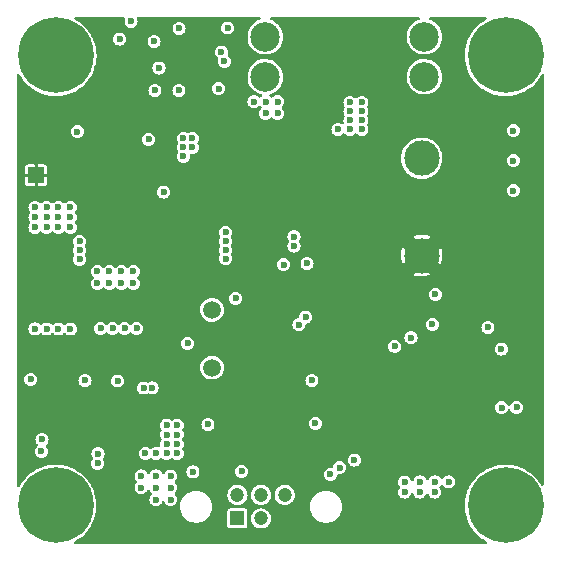
<source format=gbr>
%TF.GenerationSoftware,KiCad,Pcbnew,(6.0.4)*%
%TF.CreationDate,2023-04-05T19:58:25-04:00*%
%TF.ProjectId,charging_on_the_pad,63686172-6769-46e6-975f-6f6e5f746865,rev?*%
%TF.SameCoordinates,Original*%
%TF.FileFunction,Copper,L3,Inr*%
%TF.FilePolarity,Positive*%
%FSLAX46Y46*%
G04 Gerber Fmt 4.6, Leading zero omitted, Abs format (unit mm)*
G04 Created by KiCad (PCBNEW (6.0.4)) date 2023-04-05 19:58:25*
%MOMM*%
%LPD*%
G01*
G04 APERTURE LIST*
%TA.AperFunction,ComponentPad*%
%ADD10C,6.400000*%
%TD*%
%TA.AperFunction,ComponentPad*%
%ADD11R,1.200000X1.200000*%
%TD*%
%TA.AperFunction,ComponentPad*%
%ADD12C,1.200000*%
%TD*%
%TA.AperFunction,ComponentPad*%
%ADD13C,3.000000*%
%TD*%
%TA.AperFunction,ComponentPad*%
%ADD14R,1.350000X1.350000*%
%TD*%
%TA.AperFunction,ComponentPad*%
%ADD15C,2.500000*%
%TD*%
%TA.AperFunction,ComponentPad*%
%ADD16C,1.500000*%
%TD*%
%TA.AperFunction,ViaPad*%
%ADD17C,0.600000*%
%TD*%
G04 APERTURE END LIST*
D10*
%TO.N,N/C*%
%TO.C,H2*%
X165100000Y-127000000D03*
%TD*%
D11*
%TO.N,VCC*%
%TO.C,J2*%
X142400000Y-128100000D03*
D12*
%TO.N,+5V_PWR*%
X144400000Y-128100000D03*
%TO.N,GND*%
X146400000Y-128100000D03*
%TO.N,/CANH*%
X142400000Y-126100000D03*
%TO.N,/CANL*%
X144400000Y-126100000D03*
%TO.N,+24V*%
X146400000Y-126100000D03*
%TD*%
D13*
%TO.N,Net-(F1-Pad2)*%
%TO.C,J4*%
X158000000Y-97600000D03*
%TO.N,GND*%
X158000000Y-105850000D03*
%TD*%
D10*
%TO.N,N/C*%
%TO.C,H3*%
X127013126Y-88900000D03*
%TD*%
D14*
%TO.N,GND*%
%TO.C,TP7*%
X125350000Y-99050000D03*
%TD*%
D15*
%TO.N,+BATT*%
%TO.C,F1*%
X144765000Y-90700000D03*
X144765000Y-87300000D03*
%TO.N,Net-(F1-Pad2)*%
X158235000Y-87300000D03*
X158235000Y-90700000D03*
%TD*%
D10*
%TO.N,N/C*%
%TO.C,H1*%
X165100000Y-88900000D03*
%TD*%
%TO.N,N/C*%
%TO.C,H4*%
X127000000Y-127000000D03*
%TD*%
D16*
%TO.N,/OSC2*%
%TO.C,Y1*%
X140250000Y-110450000D03*
%TO.N,/OSC1*%
X140250000Y-115330000D03*
%TD*%
D17*
%TO.N,GND*%
X139100000Y-109474000D03*
X150800000Y-113158411D03*
X139000000Y-111200000D03*
X154750000Y-90000000D03*
X142342400Y-86056400D03*
X140400000Y-94200000D03*
X167750000Y-109500000D03*
X126592400Y-96556400D03*
X130300000Y-92950000D03*
X141700000Y-110500000D03*
X150368000Y-86868000D03*
X139000000Y-114600000D03*
X161000000Y-102750000D03*
X160750000Y-109250000D03*
X167750000Y-102306400D03*
X151900000Y-124450000D03*
X130092400Y-129806400D03*
X129842400Y-86056400D03*
X162000000Y-129250000D03*
X147193000Y-105918000D03*
X124092400Y-99056400D03*
X167750000Y-104806400D03*
X142392400Y-114960400D03*
X152250000Y-90000000D03*
X151000000Y-106000000D03*
X131101581Y-102417531D03*
X154842400Y-86056400D03*
X167750000Y-91750000D03*
X137439400Y-113792000D03*
X153500000Y-106000000D03*
X126847600Y-95097600D03*
X140087096Y-88429092D03*
X161250000Y-98250000D03*
X137500000Y-89400000D03*
X132592400Y-129806400D03*
X140900000Y-125700000D03*
X124100000Y-120500000D03*
X150368000Y-91186000D03*
X128978128Y-123674020D03*
X152250000Y-88000000D03*
X142700000Y-114000000D03*
X139725400Y-116818500D03*
X152250000Y-91750000D03*
X156912096Y-127817000D03*
X148700000Y-124400000D03*
X151739600Y-127406400D03*
X167750000Y-124056400D03*
X155400000Y-114300000D03*
X140300000Y-122800000D03*
X139200000Y-107400000D03*
X164250000Y-102750000D03*
X124092400Y-96556400D03*
X167750000Y-93556400D03*
X140092400Y-129806400D03*
X162092400Y-86056400D03*
X161250000Y-96000000D03*
X124092400Y-91556400D03*
X154750000Y-91750000D03*
X151485600Y-109829600D03*
X167750000Y-112000000D03*
X132450000Y-117300000D03*
X162750000Y-103250000D03*
X161000000Y-100500000D03*
X166000000Y-93500000D03*
X158500000Y-102750000D03*
X130300000Y-94800000D03*
X167750000Y-107000000D03*
X167750000Y-118500000D03*
X159218750Y-115681250D03*
X138100000Y-115100000D03*
X141700000Y-111760000D03*
X126479939Y-118950759D03*
X135092400Y-129806400D03*
X167750000Y-121750000D03*
X142700000Y-111760000D03*
X150368000Y-89052400D03*
X163500000Y-109250000D03*
X156000000Y-102750000D03*
X129743200Y-99009200D03*
X126592400Y-99056400D03*
X154750000Y-88000000D03*
X156000000Y-100500000D03*
X158500000Y-100500000D03*
X161250000Y-93750000D03*
X132528027Y-122232570D03*
X137668000Y-111760000D03*
X152342400Y-86056400D03*
X160800000Y-118000000D03*
X130400000Y-86600000D03*
X147218400Y-108864400D03*
X141700000Y-114000000D03*
X124092400Y-124056400D03*
X163500000Y-93500000D03*
X148750000Y-122250000D03*
X124714000Y-96215200D03*
X137592400Y-129806400D03*
%TO.N,+5V*%
X152300000Y-123150000D03*
X165760400Y-100355400D03*
X165760400Y-95275400D03*
X158902400Y-111658400D03*
X165760400Y-97815400D03*
X157856750Y-125000000D03*
X159100000Y-125861200D03*
X164750000Y-113750000D03*
X130556000Y-123444000D03*
X157838000Y-125861200D03*
X159118750Y-125000000D03*
X156568750Y-125000000D03*
X156550000Y-125861200D03*
X163601400Y-111912400D03*
X155702000Y-113538000D03*
X125807500Y-122428000D03*
%TO.N,Net-(C9-Pad1)*%
X135755823Y-89966629D03*
%TO.N,+BATT*%
X133858000Y-112014000D03*
X132842000Y-112014000D03*
X133600000Y-107188000D03*
X145800000Y-93800000D03*
X143800000Y-92800000D03*
X144800000Y-93800000D03*
X133600000Y-108204000D03*
X145800000Y-92800000D03*
X131568000Y-107188000D03*
X130552000Y-107188000D03*
X132584000Y-108204000D03*
X144800000Y-92800000D03*
X132250000Y-116450000D03*
X130552000Y-108204000D03*
X130810000Y-112014000D03*
X131568000Y-108204000D03*
X132584000Y-107188000D03*
X131826000Y-112014000D03*
X138176000Y-113284000D03*
%TO.N,+24V*%
X138582400Y-95910400D03*
X137820400Y-96672400D03*
X137820400Y-95910400D03*
X134874000Y-96012000D03*
X136144000Y-100457000D03*
X137820400Y-97434400D03*
X138582400Y-96672400D03*
%TO.N,VCC*%
X136400000Y-121800000D03*
X137300000Y-121000000D03*
X137300000Y-120200000D03*
X134600000Y-122600000D03*
X134250000Y-125500000D03*
X136750000Y-126500000D03*
X135500000Y-125500000D03*
X137300000Y-122600000D03*
X135500000Y-122600000D03*
X135500000Y-124500000D03*
X136750000Y-125500000D03*
X136750000Y-124500000D03*
X136400000Y-120200000D03*
X137300000Y-121800000D03*
X136400000Y-121000000D03*
X136400000Y-122600000D03*
X135500000Y-126500000D03*
X134250000Y-124500000D03*
%TO.N,Net-(C25-Pad1)*%
X141400000Y-106100000D03*
X141400000Y-105400000D03*
X141400000Y-104648000D03*
X141400000Y-103886000D03*
%TO.N,Net-(C24-Pad1)*%
X142748000Y-124104400D03*
%TO.N,Net-(C24-Pad2)*%
X138633200Y-124155200D03*
%TO.N,+13V*%
X126250000Y-112050000D03*
X129032000Y-105410000D03*
X125250000Y-103450000D03*
X126250000Y-102600000D03*
X126250000Y-101750000D03*
X125250000Y-102600000D03*
X127250000Y-112050000D03*
X127250000Y-103450000D03*
X125250000Y-112050000D03*
X129032000Y-106172000D03*
X128250000Y-112050000D03*
X128250000Y-102600000D03*
X125250000Y-101750000D03*
X126250000Y-103450000D03*
X128250000Y-101750000D03*
X128250000Y-103450000D03*
X142240000Y-109474000D03*
X127250000Y-102600000D03*
X127250000Y-101750000D03*
X129032000Y-104648000D03*
%TO.N,/~{MCLR}*%
X159156400Y-109118400D03*
X151050000Y-123794402D03*
%TO.N,Net-(Q5-Pad3)*%
X160300000Y-125000000D03*
%TO.N,/BATT_VSENSE*%
X148300000Y-106500000D03*
%TO.N,/VSW_VSENSE*%
X146304000Y-106600000D03*
%TO.N,Net-(R18-Pad2)*%
X139903200Y-120142000D03*
X148700000Y-116400000D03*
%TO.N,/EN_5V*%
X148996400Y-120040400D03*
X150266400Y-124358400D03*
%TO.N,/CURR_13V*%
X130597837Y-122602660D03*
X125857000Y-121412000D03*
%TO.N,/CURR_5V*%
X157100000Y-112800000D03*
%TO.N,/CAN_TX*%
X147600000Y-111700000D03*
%TO.N,/CAN_RX*%
X148179400Y-111048800D03*
%TO.N,/CANH*%
X166035295Y-118697856D03*
%TO.N,/CANL*%
X164763940Y-118709484D03*
%TO.N,/Battery Charger/VIN*%
X137439400Y-91846400D03*
X140817600Y-91700000D03*
X135407400Y-91846400D03*
%TO.N,Net-(C7-Pad1)*%
X141050000Y-88600000D03*
%TO.N,/Battery Charger/VREF*%
X141579600Y-86563200D03*
X137464800Y-86614000D03*
%TO.N,/Battery Charger/CSB*%
X152933400Y-95148400D03*
X152933400Y-93624400D03*
X151917400Y-92862400D03*
X150901400Y-95148400D03*
X152933400Y-92862400D03*
X151917400Y-95148400D03*
X151917400Y-94386400D03*
X152933400Y-94386400D03*
X151917400Y-93624400D03*
%TO.N,/CHG_CURR*%
X147193000Y-104229497D03*
X132435350Y-87501785D03*
X128858400Y-95350000D03*
%TO.N,/n_CHG_EN*%
X147193000Y-105029000D03*
%TO.N,Net-(Q1-Pad3)*%
X135350000Y-87700000D03*
%TO.N,Net-(R10-Pad2)*%
X133400000Y-86000000D03*
%TO.N,/Power/R_VCC_P*%
X134458500Y-117050000D03*
X135173500Y-117050000D03*
%TO.N,Net-(Q3-Pad2)*%
X129493769Y-116416523D03*
%TO.N,Net-(Q4-Pad2)*%
X124904315Y-116330298D03*
%TO.N,Net-(Q2-Pad2)*%
X141300000Y-89400000D03*
%TD*%
%TA.AperFunction,Conductor*%
%TO.N,GND*%
G36*
X132837210Y-85649376D02*
G01*
X132883703Y-85703032D01*
X132893807Y-85773306D01*
X132885498Y-85803591D01*
X132873502Y-85832553D01*
X132863670Y-85856291D01*
X132844750Y-86000000D01*
X132863670Y-86143709D01*
X132919139Y-86277625D01*
X133007379Y-86392621D01*
X133122375Y-86480861D01*
X133256291Y-86536330D01*
X133400000Y-86555250D01*
X133543709Y-86536330D01*
X133677625Y-86480861D01*
X133792621Y-86392621D01*
X133880861Y-86277625D01*
X133936330Y-86143709D01*
X133955250Y-86000000D01*
X133936330Y-85856291D01*
X133926498Y-85832553D01*
X133914502Y-85803591D01*
X133906913Y-85733001D01*
X133938693Y-85669514D01*
X133999752Y-85633288D01*
X134030911Y-85629374D01*
X144255181Y-85629374D01*
X144323302Y-85649376D01*
X144369795Y-85703032D01*
X144379899Y-85773306D01*
X144350405Y-85837886D01*
X144294326Y-85875139D01*
X144181540Y-85912003D01*
X144176948Y-85914393D01*
X144176949Y-85914393D01*
X143996771Y-86008188D01*
X143962679Y-86025935D01*
X143958546Y-86029038D01*
X143958543Y-86029040D01*
X143769499Y-86170978D01*
X143765364Y-86174083D01*
X143594896Y-86352468D01*
X143591982Y-86356740D01*
X143591981Y-86356741D01*
X143567505Y-86392621D01*
X143455851Y-86556300D01*
X143429068Y-86614000D01*
X143366162Y-86749520D01*
X143351965Y-86780104D01*
X143286026Y-87017871D01*
X143259806Y-87263214D01*
X143260103Y-87268366D01*
X143260103Y-87268370D01*
X143270791Y-87453719D01*
X143274010Y-87509545D01*
X143275147Y-87514591D01*
X143275148Y-87514597D01*
X143286390Y-87564480D01*
X143328255Y-87750249D01*
X143421084Y-87978861D01*
X143550006Y-88189241D01*
X143711557Y-88375741D01*
X143901399Y-88533351D01*
X144114433Y-88657838D01*
X144119253Y-88659678D01*
X144119258Y-88659681D01*
X144233547Y-88703323D01*
X144344939Y-88745859D01*
X144350007Y-88746890D01*
X144350010Y-88746891D01*
X144469587Y-88771219D01*
X144586726Y-88795052D01*
X144591899Y-88795242D01*
X144591902Y-88795242D01*
X144828136Y-88803904D01*
X144828140Y-88803904D01*
X144833300Y-88804093D01*
X144838420Y-88803437D01*
X144838422Y-88803437D01*
X144923212Y-88792575D01*
X145078041Y-88772741D01*
X145082990Y-88771256D01*
X145082996Y-88771255D01*
X145309424Y-88703323D01*
X145309423Y-88703323D01*
X145314374Y-88701838D01*
X145418266Y-88650942D01*
X145531303Y-88595566D01*
X145531308Y-88595563D01*
X145535954Y-88593287D01*
X145540164Y-88590284D01*
X145540169Y-88590281D01*
X145732617Y-88453009D01*
X145732622Y-88453005D01*
X145736829Y-88450004D01*
X145911605Y-88275837D01*
X145964409Y-88202353D01*
X146052570Y-88079663D01*
X146055588Y-88075463D01*
X146061417Y-88063670D01*
X146109156Y-87967075D01*
X146164911Y-87854264D01*
X146185533Y-87786389D01*
X146235135Y-87623132D01*
X146235136Y-87623126D01*
X146236639Y-87618180D01*
X146259104Y-87447539D01*
X146268408Y-87376872D01*
X146268409Y-87376866D01*
X146268845Y-87373550D01*
X146269410Y-87350445D01*
X146270561Y-87303364D01*
X146270561Y-87303360D01*
X146270643Y-87300000D01*
X146259694Y-87166831D01*
X146250849Y-87059240D01*
X146250848Y-87059234D01*
X146250425Y-87054089D01*
X146190316Y-86814783D01*
X146103013Y-86614000D01*
X146093993Y-86593256D01*
X146093993Y-86593255D01*
X146091928Y-86588507D01*
X145957905Y-86381339D01*
X145931635Y-86352468D01*
X145905243Y-86323464D01*
X145791846Y-86198842D01*
X145787795Y-86195643D01*
X145787791Y-86195639D01*
X145602264Y-86049119D01*
X145602259Y-86049116D01*
X145598210Y-86045918D01*
X145593694Y-86043425D01*
X145593691Y-86043423D01*
X145386722Y-85929170D01*
X145386718Y-85929168D01*
X145382198Y-85926673D01*
X145377329Y-85924949D01*
X145377325Y-85924947D01*
X145233870Y-85874147D01*
X145176334Y-85832553D01*
X145150418Y-85766455D01*
X145164352Y-85696839D01*
X145213711Y-85645808D01*
X145275930Y-85629374D01*
X157725181Y-85629374D01*
X157793302Y-85649376D01*
X157839795Y-85703032D01*
X157849899Y-85773306D01*
X157820405Y-85837886D01*
X157764326Y-85875139D01*
X157651540Y-85912003D01*
X157646948Y-85914393D01*
X157646949Y-85914393D01*
X157466771Y-86008188D01*
X157432679Y-86025935D01*
X157428546Y-86029038D01*
X157428543Y-86029040D01*
X157239499Y-86170978D01*
X157235364Y-86174083D01*
X157064896Y-86352468D01*
X157061982Y-86356740D01*
X157061981Y-86356741D01*
X157037505Y-86392621D01*
X156925851Y-86556300D01*
X156899068Y-86614000D01*
X156836162Y-86749520D01*
X156821965Y-86780104D01*
X156756026Y-87017871D01*
X156729806Y-87263214D01*
X156730103Y-87268366D01*
X156730103Y-87268370D01*
X156740791Y-87453719D01*
X156744010Y-87509545D01*
X156745147Y-87514591D01*
X156745148Y-87514597D01*
X156756390Y-87564480D01*
X156798255Y-87750249D01*
X156891084Y-87978861D01*
X157020006Y-88189241D01*
X157181557Y-88375741D01*
X157371399Y-88533351D01*
X157584433Y-88657838D01*
X157589253Y-88659678D01*
X157589258Y-88659681D01*
X157703547Y-88703323D01*
X157814939Y-88745859D01*
X157820007Y-88746890D01*
X157820010Y-88746891D01*
X157939587Y-88771219D01*
X158056726Y-88795052D01*
X158061899Y-88795242D01*
X158061902Y-88795242D01*
X158298136Y-88803904D01*
X158298140Y-88803904D01*
X158303300Y-88804093D01*
X158308420Y-88803437D01*
X158308422Y-88803437D01*
X158393212Y-88792575D01*
X158548041Y-88772741D01*
X158552990Y-88771256D01*
X158552996Y-88771255D01*
X158779424Y-88703323D01*
X158779423Y-88703323D01*
X158784374Y-88701838D01*
X158888266Y-88650942D01*
X159001303Y-88595566D01*
X159001308Y-88595563D01*
X159005954Y-88593287D01*
X159010164Y-88590284D01*
X159010169Y-88590281D01*
X159202617Y-88453009D01*
X159202622Y-88453005D01*
X159206829Y-88450004D01*
X159381605Y-88275837D01*
X159434409Y-88202353D01*
X159522570Y-88079663D01*
X159525588Y-88075463D01*
X159531417Y-88063670D01*
X159579156Y-87967075D01*
X159634911Y-87854264D01*
X159655533Y-87786389D01*
X159705135Y-87623132D01*
X159705136Y-87623126D01*
X159706639Y-87618180D01*
X159729104Y-87447539D01*
X159738408Y-87376872D01*
X159738409Y-87376866D01*
X159738845Y-87373550D01*
X159739410Y-87350445D01*
X159740561Y-87303364D01*
X159740561Y-87303360D01*
X159740643Y-87300000D01*
X159729694Y-87166831D01*
X159720849Y-87059240D01*
X159720848Y-87059234D01*
X159720425Y-87054089D01*
X159660316Y-86814783D01*
X159573013Y-86614000D01*
X159563993Y-86593256D01*
X159563993Y-86593255D01*
X159561928Y-86588507D01*
X159427905Y-86381339D01*
X159401635Y-86352468D01*
X159375243Y-86323464D01*
X159261846Y-86198842D01*
X159257795Y-86195643D01*
X159257791Y-86195639D01*
X159072264Y-86049119D01*
X159072259Y-86049116D01*
X159068210Y-86045918D01*
X159063694Y-86043425D01*
X159063691Y-86043423D01*
X158856722Y-85929170D01*
X158856718Y-85929168D01*
X158852198Y-85926673D01*
X158847329Y-85924949D01*
X158847325Y-85924947D01*
X158703870Y-85874147D01*
X158646334Y-85832553D01*
X158620418Y-85766455D01*
X158634352Y-85696839D01*
X158683711Y-85645808D01*
X158745930Y-85629374D01*
X163389878Y-85629374D01*
X163457999Y-85649376D01*
X163504492Y-85703032D01*
X163514596Y-85773306D01*
X163485102Y-85837886D01*
X163454584Y-85863490D01*
X163167671Y-86035204D01*
X162869577Y-86260651D01*
X162597575Y-86516973D01*
X162595363Y-86519563D01*
X162595361Y-86519565D01*
X162536479Y-86588507D01*
X162354846Y-86801171D01*
X162352928Y-86803983D01*
X162352924Y-86803988D01*
X162148177Y-87104138D01*
X162144231Y-87109922D01*
X162142624Y-87112932D01*
X162142622Y-87112935D01*
X162083229Y-87224168D01*
X161968192Y-87439614D01*
X161966923Y-87442771D01*
X161966921Y-87442775D01*
X161962522Y-87453719D01*
X161828789Y-87786389D01*
X161827869Y-87789663D01*
X161827867Y-87789668D01*
X161728965Y-88141524D01*
X161727653Y-88146191D01*
X161727091Y-88149548D01*
X161727091Y-88149549D01*
X161689240Y-88375741D01*
X161665967Y-88514812D01*
X161644453Y-88887938D01*
X161663362Y-89261205D01*
X161663899Y-89264560D01*
X161663900Y-89264566D01*
X161671881Y-89314393D01*
X161722473Y-89630247D01*
X161821094Y-89990747D01*
X161958073Y-90338487D01*
X161959656Y-90341502D01*
X162130222Y-90666383D01*
X162130227Y-90666391D01*
X162131806Y-90669399D01*
X162340261Y-90979613D01*
X162580999Y-91265499D01*
X162851205Y-91523714D01*
X163147718Y-91751236D01*
X163188022Y-91775741D01*
X163464154Y-91943632D01*
X163464159Y-91943635D01*
X163467069Y-91945404D01*
X163470157Y-91946850D01*
X163470156Y-91946850D01*
X163802437Y-92102503D01*
X163802447Y-92102507D01*
X163805521Y-92103947D01*
X163808739Y-92105049D01*
X163808742Y-92105050D01*
X164155886Y-92223904D01*
X164155890Y-92223905D01*
X164159117Y-92225010D01*
X164162447Y-92225760D01*
X164162456Y-92225763D01*
X164420298Y-92283869D01*
X164523719Y-92307176D01*
X164527105Y-92307562D01*
X164527112Y-92307563D01*
X164891680Y-92349101D01*
X164891688Y-92349101D01*
X164895063Y-92349486D01*
X164898467Y-92349504D01*
X164898470Y-92349504D01*
X165101889Y-92350569D01*
X165268804Y-92351443D01*
X165272190Y-92351093D01*
X165272192Y-92351093D01*
X165637178Y-92313375D01*
X165637186Y-92313374D01*
X165640570Y-92313024D01*
X165643903Y-92312309D01*
X165643906Y-92312309D01*
X165823985Y-92273703D01*
X166006013Y-92234680D01*
X166360857Y-92117327D01*
X166700951Y-91962337D01*
X166703888Y-91960593D01*
X166703894Y-91960590D01*
X167019383Y-91773265D01*
X167022317Y-91771523D01*
X167321196Y-91547119D01*
X167594092Y-91291748D01*
X167837811Y-91008398D01*
X167948998Y-90846620D01*
X168047573Y-90703193D01*
X168047578Y-90703186D01*
X168049503Y-90700384D01*
X168051115Y-90697390D01*
X168051120Y-90697382D01*
X168133686Y-90544039D01*
X168183592Y-90493543D01*
X168252877Y-90478044D01*
X168319541Y-90502464D01*
X168362421Y-90559049D01*
X168370626Y-90603774D01*
X168370626Y-117840328D01*
X168370624Y-117841044D01*
X168328713Y-125217460D01*
X168308324Y-125285466D01*
X168254405Y-125331653D01*
X168184075Y-125341358D01*
X168119663Y-125311498D01*
X168091361Y-125275704D01*
X168078213Y-125250872D01*
X168062000Y-125220251D01*
X167852463Y-124910767D01*
X167610728Y-124625722D01*
X167601509Y-124616973D01*
X167342089Y-124370794D01*
X167342088Y-124370793D01*
X167339622Y-124368453D01*
X167042317Y-124141967D01*
X167039405Y-124140210D01*
X167039400Y-124140207D01*
X166725206Y-123950673D01*
X166725200Y-123950670D01*
X166722291Y-123948915D01*
X166475599Y-123834404D01*
X166386383Y-123792991D01*
X166386381Y-123792990D01*
X166383287Y-123791554D01*
X166029271Y-123671726D01*
X165664384Y-123590833D01*
X165533041Y-123576332D01*
X165296276Y-123550193D01*
X165296271Y-123550193D01*
X165292895Y-123549820D01*
X165289496Y-123549814D01*
X165289495Y-123549814D01*
X165112755Y-123549506D01*
X164919150Y-123549168D01*
X164780541Y-123563981D01*
X164550904Y-123588522D01*
X164550898Y-123588523D01*
X164547520Y-123588884D01*
X164544197Y-123589608D01*
X164544194Y-123589609D01*
X164491822Y-123601028D01*
X164182353Y-123668503D01*
X163827921Y-123787094D01*
X163824828Y-123788517D01*
X163824827Y-123788517D01*
X163764846Y-123816105D01*
X163488369Y-123943270D01*
X163485435Y-123945026D01*
X163485433Y-123945027D01*
X163459157Y-123960753D01*
X163167671Y-124135204D01*
X162869577Y-124360651D01*
X162728156Y-124493920D01*
X162627874Y-124588421D01*
X162597575Y-124616973D01*
X162595363Y-124619563D01*
X162595361Y-124619565D01*
X162576364Y-124641808D01*
X162354846Y-124901171D01*
X162352928Y-124903983D01*
X162352924Y-124903988D01*
X162175006Y-125164808D01*
X162144231Y-125209922D01*
X162142626Y-125212928D01*
X162142622Y-125212935D01*
X162039467Y-125406128D01*
X161968192Y-125539614D01*
X161966923Y-125542771D01*
X161966921Y-125542775D01*
X161929638Y-125635520D01*
X161828789Y-125886389D01*
X161827869Y-125889663D01*
X161827867Y-125889668D01*
X161731330Y-126233111D01*
X161727653Y-126246191D01*
X161727091Y-126249548D01*
X161727091Y-126249549D01*
X161697371Y-126427152D01*
X161665967Y-126614812D01*
X161644453Y-126987938D01*
X161644625Y-126991333D01*
X161644625Y-126991334D01*
X161658789Y-127270928D01*
X161663362Y-127361205D01*
X161663899Y-127364560D01*
X161663900Y-127364566D01*
X161700398Y-127592427D01*
X161722473Y-127730247D01*
X161821094Y-128090747D01*
X161958073Y-128438487D01*
X161971279Y-128463641D01*
X162130222Y-128766383D01*
X162130227Y-128766391D01*
X162131806Y-128769399D01*
X162340261Y-129079613D01*
X162580999Y-129365499D01*
X162851205Y-129623714D01*
X163147718Y-129851236D01*
X163183950Y-129873265D01*
X163453188Y-130036964D01*
X163501003Y-130089445D01*
X163512854Y-130159445D01*
X163484979Y-130224741D01*
X163426228Y-130264600D01*
X163387729Y-130270626D01*
X128709156Y-130270626D01*
X128641035Y-130250624D01*
X128594542Y-130196968D01*
X128584438Y-130126694D01*
X128613932Y-130062114D01*
X128644827Y-130036285D01*
X128919383Y-129873265D01*
X128922317Y-129871523D01*
X129221196Y-129647119D01*
X129494092Y-129391748D01*
X129737811Y-129108398D01*
X129871878Y-128913329D01*
X129947573Y-128803193D01*
X129947578Y-128803186D01*
X129949503Y-128800384D01*
X129951115Y-128797390D01*
X129951120Y-128797382D01*
X129990269Y-128724674D01*
X141549500Y-128724674D01*
X141564034Y-128797740D01*
X141570928Y-128808057D01*
X141570928Y-128808058D01*
X141592037Y-128839650D01*
X141619399Y-128880601D01*
X141702260Y-128935966D01*
X141775326Y-128950500D01*
X143024674Y-128950500D01*
X143097740Y-128935966D01*
X143180601Y-128880601D01*
X143207963Y-128839650D01*
X143229072Y-128808058D01*
X143229072Y-128808057D01*
X143235966Y-128797740D01*
X143250500Y-128724674D01*
X143250500Y-128100000D01*
X143544815Y-128100000D01*
X143545505Y-128106565D01*
X143547101Y-128121745D01*
X143563503Y-128277803D01*
X143618750Y-128447835D01*
X143622053Y-128453557D01*
X143622054Y-128453558D01*
X143630475Y-128468143D01*
X143708141Y-128602665D01*
X143712559Y-128607572D01*
X143712560Y-128607573D01*
X143817999Y-128724674D01*
X143827770Y-128735526D01*
X143833109Y-128739405D01*
X143912907Y-128797382D01*
X143972407Y-128840612D01*
X143978435Y-128843296D01*
X143978437Y-128843297D01*
X144039056Y-128870286D01*
X144135733Y-128913329D01*
X144209798Y-128929072D01*
X144304152Y-128949128D01*
X144304156Y-128949128D01*
X144310609Y-128950500D01*
X144489391Y-128950500D01*
X144495844Y-128949128D01*
X144495848Y-128949128D01*
X144590202Y-128929072D01*
X144664267Y-128913329D01*
X144760944Y-128870286D01*
X144821563Y-128843297D01*
X144821565Y-128843296D01*
X144827593Y-128840612D01*
X144887094Y-128797382D01*
X144966891Y-128739405D01*
X144972230Y-128735526D01*
X144982002Y-128724674D01*
X145087440Y-128607573D01*
X145087441Y-128607572D01*
X145091859Y-128602665D01*
X145169525Y-128468143D01*
X145177946Y-128453558D01*
X145177947Y-128453557D01*
X145181250Y-128447835D01*
X145236497Y-128277803D01*
X145252900Y-128121745D01*
X145254495Y-128106565D01*
X145255185Y-128100000D01*
X145241669Y-127971401D01*
X145237187Y-127928761D01*
X145237187Y-127928760D01*
X145236497Y-127922197D01*
X145181250Y-127752165D01*
X145091859Y-127597335D01*
X145087440Y-127592427D01*
X144976645Y-127469377D01*
X144976643Y-127469376D01*
X144972230Y-127464474D01*
X144942942Y-127443195D01*
X144832935Y-127363269D01*
X144832933Y-127363268D01*
X144827593Y-127359388D01*
X144821565Y-127356704D01*
X144821563Y-127356703D01*
X144670298Y-127289356D01*
X144670297Y-127289356D01*
X144664267Y-127286671D01*
X144576829Y-127268085D01*
X144495848Y-127250872D01*
X144495844Y-127250872D01*
X144489391Y-127249500D01*
X144310609Y-127249500D01*
X144304156Y-127250872D01*
X144304152Y-127250872D01*
X144223171Y-127268085D01*
X144135733Y-127286671D01*
X144129703Y-127289356D01*
X144129702Y-127289356D01*
X143978438Y-127356703D01*
X143978436Y-127356704D01*
X143972408Y-127359388D01*
X143967067Y-127363268D01*
X143967066Y-127363269D01*
X143915795Y-127400520D01*
X143827770Y-127464474D01*
X143823357Y-127469376D01*
X143823355Y-127469377D01*
X143712560Y-127592427D01*
X143708141Y-127597335D01*
X143618750Y-127752165D01*
X143563503Y-127922197D01*
X143562813Y-127928760D01*
X143562813Y-127928761D01*
X143558331Y-127971401D01*
X143544815Y-128100000D01*
X143250500Y-128100000D01*
X143250500Y-127475326D01*
X143235966Y-127402260D01*
X143209914Y-127363269D01*
X143187493Y-127329714D01*
X143180601Y-127319399D01*
X143097740Y-127264034D01*
X143024674Y-127249500D01*
X141775326Y-127249500D01*
X141702260Y-127264034D01*
X141619399Y-127319399D01*
X141612507Y-127329714D01*
X141590087Y-127363269D01*
X141564034Y-127402260D01*
X141549500Y-127475326D01*
X141549500Y-128724674D01*
X129990269Y-128724674D01*
X130125069Y-128474321D01*
X130126691Y-128471309D01*
X130267304Y-128125023D01*
X130269786Y-128116312D01*
X130366204Y-127777830D01*
X130369695Y-127765576D01*
X130403357Y-127568645D01*
X130432095Y-127400520D01*
X130432095Y-127400518D01*
X130432667Y-127397173D01*
X130434662Y-127364566D01*
X130450843Y-127100000D01*
X137544341Y-127100000D01*
X137564937Y-127335408D01*
X137566361Y-127340722D01*
X137566361Y-127340723D01*
X137580578Y-127393780D01*
X137626097Y-127563663D01*
X137628419Y-127568643D01*
X137628420Y-127568645D01*
X137713998Y-127752165D01*
X137725965Y-127777829D01*
X137861505Y-127971401D01*
X138028599Y-128138495D01*
X138222171Y-128274035D01*
X138227149Y-128276356D01*
X138227152Y-128276358D01*
X138431355Y-128371580D01*
X138436337Y-128373903D01*
X138441645Y-128375325D01*
X138441647Y-128375326D01*
X138659277Y-128433639D01*
X138664592Y-128435063D01*
X138767682Y-128444082D01*
X138838310Y-128450262D01*
X138838317Y-128450262D01*
X138841034Y-128450500D01*
X138958966Y-128450500D01*
X138961683Y-128450262D01*
X138961690Y-128450262D01*
X139032318Y-128444082D01*
X139135408Y-128435063D01*
X139140723Y-128433639D01*
X139358353Y-128375326D01*
X139358355Y-128375325D01*
X139363663Y-128373903D01*
X139368645Y-128371580D01*
X139572848Y-128276358D01*
X139572851Y-128276356D01*
X139577829Y-128274035D01*
X139771401Y-128138495D01*
X139938495Y-127971401D01*
X139941655Y-127966889D01*
X140070878Y-127782339D01*
X140070881Y-127782334D01*
X140074035Y-127777830D01*
X140076358Y-127772848D01*
X140076361Y-127772843D01*
X140171580Y-127568645D01*
X140171581Y-127568644D01*
X140173903Y-127563663D01*
X140219423Y-127393780D01*
X140233639Y-127340723D01*
X140233639Y-127340722D01*
X140235063Y-127335408D01*
X140255659Y-127100000D01*
X148544341Y-127100000D01*
X148564937Y-127335408D01*
X148566361Y-127340722D01*
X148566361Y-127340723D01*
X148580578Y-127393780D01*
X148626097Y-127563663D01*
X148628419Y-127568643D01*
X148628420Y-127568645D01*
X148713998Y-127752165D01*
X148725965Y-127777829D01*
X148861505Y-127971401D01*
X149028599Y-128138495D01*
X149222171Y-128274035D01*
X149227149Y-128276356D01*
X149227152Y-128276358D01*
X149431355Y-128371580D01*
X149436337Y-128373903D01*
X149441645Y-128375325D01*
X149441647Y-128375326D01*
X149659277Y-128433639D01*
X149664592Y-128435063D01*
X149767682Y-128444082D01*
X149838310Y-128450262D01*
X149838317Y-128450262D01*
X149841034Y-128450500D01*
X149958966Y-128450500D01*
X149961683Y-128450262D01*
X149961690Y-128450262D01*
X150032318Y-128444082D01*
X150135408Y-128435063D01*
X150140723Y-128433639D01*
X150358353Y-128375326D01*
X150358355Y-128375325D01*
X150363663Y-128373903D01*
X150368645Y-128371580D01*
X150572848Y-128276358D01*
X150572851Y-128276356D01*
X150577829Y-128274035D01*
X150771401Y-128138495D01*
X150938495Y-127971401D01*
X150941655Y-127966889D01*
X151070878Y-127782339D01*
X151070881Y-127782334D01*
X151074035Y-127777830D01*
X151076358Y-127772848D01*
X151076361Y-127772843D01*
X151171580Y-127568645D01*
X151171581Y-127568644D01*
X151173903Y-127563663D01*
X151219423Y-127393780D01*
X151233639Y-127340723D01*
X151233639Y-127340722D01*
X151235063Y-127335408D01*
X151255659Y-127100000D01*
X151235063Y-126864592D01*
X151227598Y-126836731D01*
X151175326Y-126641647D01*
X151175325Y-126641645D01*
X151173903Y-126636337D01*
X151167888Y-126623437D01*
X151076358Y-126427152D01*
X151076356Y-126427149D01*
X151074035Y-126422171D01*
X150938495Y-126228599D01*
X150771401Y-126061505D01*
X150577829Y-125925965D01*
X150572851Y-125923644D01*
X150572848Y-125923642D01*
X150438942Y-125861200D01*
X155994750Y-125861200D01*
X156013670Y-126004909D01*
X156069139Y-126138825D01*
X156157379Y-126253821D01*
X156272375Y-126342061D01*
X156406291Y-126397530D01*
X156550000Y-126416450D01*
X156693709Y-126397530D01*
X156827625Y-126342061D01*
X156942621Y-126253821D01*
X157030861Y-126138825D01*
X157034021Y-126131196D01*
X157034023Y-126131193D01*
X157077591Y-126026008D01*
X157122139Y-125970726D01*
X157189502Y-125948305D01*
X157258293Y-125965863D01*
X157306672Y-126017825D01*
X157310409Y-126026008D01*
X157353977Y-126131193D01*
X157353979Y-126131196D01*
X157357139Y-126138825D01*
X157445379Y-126253821D01*
X157560375Y-126342061D01*
X157694291Y-126397530D01*
X157838000Y-126416450D01*
X157981709Y-126397530D01*
X158115625Y-126342061D01*
X158230621Y-126253821D01*
X158318861Y-126138825D01*
X158322021Y-126131196D01*
X158322023Y-126131193D01*
X158352591Y-126057393D01*
X158397139Y-126002111D01*
X158464502Y-125979690D01*
X158533293Y-125997248D01*
X158581672Y-126049209D01*
X158585409Y-126057393D01*
X158615977Y-126131193D01*
X158615979Y-126131196D01*
X158619139Y-126138825D01*
X158707379Y-126253821D01*
X158822375Y-126342061D01*
X158956291Y-126397530D01*
X159100000Y-126416450D01*
X159243709Y-126397530D01*
X159377625Y-126342061D01*
X159492621Y-126253821D01*
X159580861Y-126138825D01*
X159636330Y-126004909D01*
X159655250Y-125861200D01*
X159636330Y-125717491D01*
X159580861Y-125583575D01*
X159553210Y-125547539D01*
X159531711Y-125519522D01*
X159506110Y-125453302D01*
X159520374Y-125383753D01*
X159531707Y-125366119D01*
X159599611Y-125277625D01*
X159601431Y-125273230D01*
X159651640Y-125225358D01*
X159721354Y-125211923D01*
X159787264Y-125238310D01*
X159817132Y-125272779D01*
X159819139Y-125277625D01*
X159907379Y-125392621D01*
X160022375Y-125480861D01*
X160156291Y-125536330D01*
X160300000Y-125555250D01*
X160443709Y-125536330D01*
X160577625Y-125480861D01*
X160692621Y-125392621D01*
X160780861Y-125277625D01*
X160836330Y-125143709D01*
X160855250Y-125000000D01*
X160836330Y-124856291D01*
X160780861Y-124722375D01*
X160692621Y-124607379D01*
X160577625Y-124519139D01*
X160443709Y-124463670D01*
X160300000Y-124444750D01*
X160156291Y-124463670D01*
X160022375Y-124519139D01*
X159907379Y-124607379D01*
X159819139Y-124722375D01*
X159817319Y-124726770D01*
X159767110Y-124774642D01*
X159697396Y-124788077D01*
X159631486Y-124761690D01*
X159601618Y-124727221D01*
X159599611Y-124722375D01*
X159511371Y-124607379D01*
X159396375Y-124519139D01*
X159262459Y-124463670D01*
X159118750Y-124444750D01*
X158975041Y-124463670D01*
X158841125Y-124519139D01*
X158726129Y-124607379D01*
X158637889Y-124722375D01*
X158634730Y-124730002D01*
X158634727Y-124730007D01*
X158604159Y-124803807D01*
X158559611Y-124859089D01*
X158492248Y-124881510D01*
X158423457Y-124863952D01*
X158375078Y-124811991D01*
X158371341Y-124803807D01*
X158340773Y-124730007D01*
X158340770Y-124730002D01*
X158337611Y-124722375D01*
X158249371Y-124607379D01*
X158134375Y-124519139D01*
X158000459Y-124463670D01*
X157856750Y-124444750D01*
X157713041Y-124463670D01*
X157579125Y-124519139D01*
X157464129Y-124607379D01*
X157375889Y-124722375D01*
X157372730Y-124730002D01*
X157372727Y-124730007D01*
X157329159Y-124835192D01*
X157284611Y-124890474D01*
X157217248Y-124912895D01*
X157148457Y-124895337D01*
X157100078Y-124843375D01*
X157096341Y-124835192D01*
X157052773Y-124730007D01*
X157052770Y-124730002D01*
X157049611Y-124722375D01*
X156961371Y-124607379D01*
X156846375Y-124519139D01*
X156712459Y-124463670D01*
X156568750Y-124444750D01*
X156425041Y-124463670D01*
X156291125Y-124519139D01*
X156176129Y-124607379D01*
X156087889Y-124722375D01*
X156032420Y-124856291D01*
X156013500Y-125000000D01*
X156032420Y-125143709D01*
X156087889Y-125277625D01*
X156092916Y-125284176D01*
X156092917Y-125284178D01*
X156137039Y-125341678D01*
X156162640Y-125407898D01*
X156148376Y-125477447D01*
X156137043Y-125495081D01*
X156069139Y-125583575D01*
X156013670Y-125717491D01*
X155994750Y-125861200D01*
X150438942Y-125861200D01*
X150368645Y-125828420D01*
X150368643Y-125828419D01*
X150363663Y-125826097D01*
X150358355Y-125824675D01*
X150358353Y-125824674D01*
X150140723Y-125766361D01*
X150140722Y-125766361D01*
X150135408Y-125764937D01*
X150032318Y-125755918D01*
X149961690Y-125749738D01*
X149961683Y-125749738D01*
X149958966Y-125749500D01*
X149841034Y-125749500D01*
X149838317Y-125749738D01*
X149838310Y-125749738D01*
X149767682Y-125755918D01*
X149664592Y-125764937D01*
X149659278Y-125766361D01*
X149659277Y-125766361D01*
X149441647Y-125824674D01*
X149441645Y-125824675D01*
X149436337Y-125826097D01*
X149431357Y-125828419D01*
X149431355Y-125828420D01*
X149227152Y-125923642D01*
X149227149Y-125923644D01*
X149222171Y-125925965D01*
X149028599Y-126061505D01*
X148861505Y-126228599D01*
X148858348Y-126233107D01*
X148858346Y-126233110D01*
X148745431Y-126394369D01*
X148725965Y-126422170D01*
X148723642Y-126427152D01*
X148723639Y-126427157D01*
X148632112Y-126623437D01*
X148626097Y-126636337D01*
X148624675Y-126641645D01*
X148624674Y-126641647D01*
X148572402Y-126836731D01*
X148564937Y-126864592D01*
X148544341Y-127100000D01*
X140255659Y-127100000D01*
X140235063Y-126864592D01*
X140227598Y-126836731D01*
X140175326Y-126641647D01*
X140175325Y-126641645D01*
X140173903Y-126636337D01*
X140167888Y-126623437D01*
X140076358Y-126427152D01*
X140076356Y-126427149D01*
X140074035Y-126422171D01*
X139938495Y-126228599D01*
X139809896Y-126100000D01*
X141544815Y-126100000D01*
X141545505Y-126106565D01*
X141558806Y-126233110D01*
X141563503Y-126277803D01*
X141565543Y-126284080D01*
X141565543Y-126284082D01*
X141586526Y-126348660D01*
X141618750Y-126447835D01*
X141708141Y-126602665D01*
X141712559Y-126607572D01*
X141712560Y-126607573D01*
X141805397Y-126710678D01*
X141827770Y-126735526D01*
X141972407Y-126840612D01*
X141978435Y-126843296D01*
X141978437Y-126843297D01*
X142100510Y-126897647D01*
X142135733Y-126913329D01*
X142223171Y-126931914D01*
X142304152Y-126949128D01*
X142304156Y-126949128D01*
X142310609Y-126950500D01*
X142489391Y-126950500D01*
X142495844Y-126949128D01*
X142495848Y-126949128D01*
X142576829Y-126931914D01*
X142664267Y-126913329D01*
X142699490Y-126897647D01*
X142821563Y-126843297D01*
X142821565Y-126843296D01*
X142827593Y-126840612D01*
X142972230Y-126735526D01*
X142994604Y-126710678D01*
X143087440Y-126607573D01*
X143087441Y-126607572D01*
X143091859Y-126602665D01*
X143181250Y-126447835D01*
X143213474Y-126348660D01*
X143234457Y-126284082D01*
X143234457Y-126284080D01*
X143236497Y-126277803D01*
X143241195Y-126233110D01*
X143254495Y-126106565D01*
X143255185Y-126100000D01*
X143544815Y-126100000D01*
X143545505Y-126106565D01*
X143558806Y-126233110D01*
X143563503Y-126277803D01*
X143565543Y-126284080D01*
X143565543Y-126284082D01*
X143586526Y-126348660D01*
X143618750Y-126447835D01*
X143708141Y-126602665D01*
X143712559Y-126607572D01*
X143712560Y-126607573D01*
X143805397Y-126710678D01*
X143827770Y-126735526D01*
X143972407Y-126840612D01*
X143978435Y-126843296D01*
X143978437Y-126843297D01*
X144100510Y-126897647D01*
X144135733Y-126913329D01*
X144223171Y-126931914D01*
X144304152Y-126949128D01*
X144304156Y-126949128D01*
X144310609Y-126950500D01*
X144489391Y-126950500D01*
X144495844Y-126949128D01*
X144495848Y-126949128D01*
X144576829Y-126931914D01*
X144664267Y-126913329D01*
X144699490Y-126897647D01*
X144821563Y-126843297D01*
X144821565Y-126843296D01*
X144827593Y-126840612D01*
X144972230Y-126735526D01*
X144994604Y-126710678D01*
X145087440Y-126607573D01*
X145087441Y-126607572D01*
X145091859Y-126602665D01*
X145181250Y-126447835D01*
X145213474Y-126348660D01*
X145234457Y-126284082D01*
X145234457Y-126284080D01*
X145236497Y-126277803D01*
X145241195Y-126233110D01*
X145254495Y-126106565D01*
X145255185Y-126100000D01*
X145544815Y-126100000D01*
X145545505Y-126106565D01*
X145558806Y-126233110D01*
X145563503Y-126277803D01*
X145565543Y-126284080D01*
X145565543Y-126284082D01*
X145586526Y-126348660D01*
X145618750Y-126447835D01*
X145708141Y-126602665D01*
X145712559Y-126607572D01*
X145712560Y-126607573D01*
X145805397Y-126710678D01*
X145827770Y-126735526D01*
X145972407Y-126840612D01*
X145978435Y-126843296D01*
X145978437Y-126843297D01*
X146100510Y-126897647D01*
X146135733Y-126913329D01*
X146223171Y-126931914D01*
X146304152Y-126949128D01*
X146304156Y-126949128D01*
X146310609Y-126950500D01*
X146489391Y-126950500D01*
X146495844Y-126949128D01*
X146495848Y-126949128D01*
X146576829Y-126931914D01*
X146664267Y-126913329D01*
X146699490Y-126897647D01*
X146821563Y-126843297D01*
X146821565Y-126843296D01*
X146827593Y-126840612D01*
X146972230Y-126735526D01*
X146994604Y-126710678D01*
X147087440Y-126607573D01*
X147087441Y-126607572D01*
X147091859Y-126602665D01*
X147181250Y-126447835D01*
X147213474Y-126348660D01*
X147234457Y-126284082D01*
X147234457Y-126284080D01*
X147236497Y-126277803D01*
X147241195Y-126233110D01*
X147254495Y-126106565D01*
X147255185Y-126100000D01*
X147249847Y-126049209D01*
X147237187Y-125928761D01*
X147237187Y-125928760D01*
X147236497Y-125922197D01*
X147229645Y-125901107D01*
X147189522Y-125777625D01*
X147181250Y-125752165D01*
X147162847Y-125720289D01*
X147095162Y-125603056D01*
X147091859Y-125597335D01*
X147087440Y-125592427D01*
X146976645Y-125469377D01*
X146976643Y-125469376D01*
X146972230Y-125464474D01*
X146894361Y-125407898D01*
X146832935Y-125363269D01*
X146832933Y-125363268D01*
X146827593Y-125359388D01*
X146821565Y-125356704D01*
X146821563Y-125356703D01*
X146670298Y-125289356D01*
X146670297Y-125289356D01*
X146664267Y-125286671D01*
X146576829Y-125268085D01*
X146495848Y-125250872D01*
X146495844Y-125250872D01*
X146489391Y-125249500D01*
X146310609Y-125249500D01*
X146304156Y-125250872D01*
X146304152Y-125250872D01*
X146223171Y-125268085D01*
X146135733Y-125286671D01*
X146129703Y-125289356D01*
X146129702Y-125289356D01*
X145978438Y-125356703D01*
X145978436Y-125356704D01*
X145972408Y-125359388D01*
X145967067Y-125363268D01*
X145967066Y-125363269D01*
X145884295Y-125423406D01*
X145827770Y-125464474D01*
X145823357Y-125469376D01*
X145823355Y-125469377D01*
X145712560Y-125592427D01*
X145708141Y-125597335D01*
X145704838Y-125603056D01*
X145637154Y-125720289D01*
X145618750Y-125752165D01*
X145610478Y-125777625D01*
X145570356Y-125901107D01*
X145563503Y-125922197D01*
X145562813Y-125928760D01*
X145562813Y-125928761D01*
X145550153Y-126049209D01*
X145544815Y-126100000D01*
X145255185Y-126100000D01*
X145249847Y-126049209D01*
X145237187Y-125928761D01*
X145237187Y-125928760D01*
X145236497Y-125922197D01*
X145229645Y-125901107D01*
X145189522Y-125777625D01*
X145181250Y-125752165D01*
X145162847Y-125720289D01*
X145095162Y-125603056D01*
X145091859Y-125597335D01*
X145087440Y-125592427D01*
X144976645Y-125469377D01*
X144976643Y-125469376D01*
X144972230Y-125464474D01*
X144894361Y-125407898D01*
X144832935Y-125363269D01*
X144832933Y-125363268D01*
X144827593Y-125359388D01*
X144821565Y-125356704D01*
X144821563Y-125356703D01*
X144670298Y-125289356D01*
X144670297Y-125289356D01*
X144664267Y-125286671D01*
X144576829Y-125268085D01*
X144495848Y-125250872D01*
X144495844Y-125250872D01*
X144489391Y-125249500D01*
X144310609Y-125249500D01*
X144304156Y-125250872D01*
X144304152Y-125250872D01*
X144223171Y-125268085D01*
X144135733Y-125286671D01*
X144129703Y-125289356D01*
X144129702Y-125289356D01*
X143978438Y-125356703D01*
X143978436Y-125356704D01*
X143972408Y-125359388D01*
X143967067Y-125363268D01*
X143967066Y-125363269D01*
X143884295Y-125423406D01*
X143827770Y-125464474D01*
X143823357Y-125469376D01*
X143823355Y-125469377D01*
X143712560Y-125592427D01*
X143708141Y-125597335D01*
X143704838Y-125603056D01*
X143637154Y-125720289D01*
X143618750Y-125752165D01*
X143610478Y-125777625D01*
X143570356Y-125901107D01*
X143563503Y-125922197D01*
X143562813Y-125928760D01*
X143562813Y-125928761D01*
X143550153Y-126049209D01*
X143544815Y-126100000D01*
X143255185Y-126100000D01*
X143249847Y-126049209D01*
X143237187Y-125928761D01*
X143237187Y-125928760D01*
X143236497Y-125922197D01*
X143229645Y-125901107D01*
X143189522Y-125777625D01*
X143181250Y-125752165D01*
X143162847Y-125720289D01*
X143095162Y-125603056D01*
X143091859Y-125597335D01*
X143087440Y-125592427D01*
X142976645Y-125469377D01*
X142976643Y-125469376D01*
X142972230Y-125464474D01*
X142894361Y-125407898D01*
X142832935Y-125363269D01*
X142832933Y-125363268D01*
X142827593Y-125359388D01*
X142821565Y-125356704D01*
X142821563Y-125356703D01*
X142670298Y-125289356D01*
X142670297Y-125289356D01*
X142664267Y-125286671D01*
X142576829Y-125268085D01*
X142495848Y-125250872D01*
X142495844Y-125250872D01*
X142489391Y-125249500D01*
X142310609Y-125249500D01*
X142304156Y-125250872D01*
X142304152Y-125250872D01*
X142223171Y-125268085D01*
X142135733Y-125286671D01*
X142129703Y-125289356D01*
X142129702Y-125289356D01*
X141978438Y-125356703D01*
X141978436Y-125356704D01*
X141972408Y-125359388D01*
X141967067Y-125363268D01*
X141967066Y-125363269D01*
X141884295Y-125423406D01*
X141827770Y-125464474D01*
X141823357Y-125469376D01*
X141823355Y-125469377D01*
X141712560Y-125592427D01*
X141708141Y-125597335D01*
X141704838Y-125603056D01*
X141637154Y-125720289D01*
X141618750Y-125752165D01*
X141610478Y-125777625D01*
X141570356Y-125901107D01*
X141563503Y-125922197D01*
X141562813Y-125928760D01*
X141562813Y-125928761D01*
X141550153Y-126049209D01*
X141544815Y-126100000D01*
X139809896Y-126100000D01*
X139771401Y-126061505D01*
X139577829Y-125925965D01*
X139572851Y-125923644D01*
X139572848Y-125923642D01*
X139368645Y-125828420D01*
X139368643Y-125828419D01*
X139363663Y-125826097D01*
X139358355Y-125824675D01*
X139358353Y-125824674D01*
X139140723Y-125766361D01*
X139140722Y-125766361D01*
X139135408Y-125764937D01*
X139032318Y-125755918D01*
X138961690Y-125749738D01*
X138961683Y-125749738D01*
X138958966Y-125749500D01*
X138841034Y-125749500D01*
X138838317Y-125749738D01*
X138838310Y-125749738D01*
X138767682Y-125755918D01*
X138664592Y-125764937D01*
X138659278Y-125766361D01*
X138659277Y-125766361D01*
X138441647Y-125824674D01*
X138441645Y-125824675D01*
X138436337Y-125826097D01*
X138431357Y-125828419D01*
X138431355Y-125828420D01*
X138227152Y-125923642D01*
X138227149Y-125923644D01*
X138222171Y-125925965D01*
X138028599Y-126061505D01*
X137861505Y-126228599D01*
X137858348Y-126233107D01*
X137858346Y-126233110D01*
X137745431Y-126394369D01*
X137725965Y-126422170D01*
X137723642Y-126427152D01*
X137723639Y-126427157D01*
X137632112Y-126623437D01*
X137626097Y-126636337D01*
X137624675Y-126641645D01*
X137624674Y-126641647D01*
X137572402Y-126836731D01*
X137564937Y-126864592D01*
X137544341Y-127100000D01*
X130450843Y-127100000D01*
X130453646Y-127054172D01*
X130455484Y-127024124D01*
X130455568Y-127000000D01*
X130435356Y-126626801D01*
X130374957Y-126257967D01*
X130275078Y-125897814D01*
X130273012Y-125892621D01*
X130138146Y-125553719D01*
X130136887Y-125550555D01*
X130110119Y-125500000D01*
X133694750Y-125500000D01*
X133713670Y-125643709D01*
X133769139Y-125777625D01*
X133857379Y-125892621D01*
X133972375Y-125980861D01*
X134106291Y-126036330D01*
X134250000Y-126055250D01*
X134393709Y-126036330D01*
X134527625Y-125980861D01*
X134642621Y-125892621D01*
X134730861Y-125777625D01*
X134758591Y-125710678D01*
X134803139Y-125655397D01*
X134870502Y-125632976D01*
X134939294Y-125650534D01*
X134987672Y-125702496D01*
X134991409Y-125710678D01*
X135019139Y-125777625D01*
X135107379Y-125892621D01*
X135113929Y-125897647D01*
X135117045Y-125900038D01*
X135119007Y-125902725D01*
X135119770Y-125903488D01*
X135119651Y-125903607D01*
X135158912Y-125957376D01*
X135163134Y-126028247D01*
X135128370Y-126090149D01*
X135117045Y-126099962D01*
X135107379Y-126107379D01*
X135019139Y-126222375D01*
X134963670Y-126356291D01*
X134944750Y-126500000D01*
X134963670Y-126643709D01*
X135019139Y-126777625D01*
X135107379Y-126892621D01*
X135222375Y-126980861D01*
X135356291Y-127036330D01*
X135500000Y-127055250D01*
X135643709Y-127036330D01*
X135777625Y-126980861D01*
X135892621Y-126892621D01*
X135980861Y-126777625D01*
X136008591Y-126710678D01*
X136053139Y-126655397D01*
X136120502Y-126632976D01*
X136189294Y-126650534D01*
X136237672Y-126702496D01*
X136241409Y-126710678D01*
X136269139Y-126777625D01*
X136357379Y-126892621D01*
X136472375Y-126980861D01*
X136606291Y-127036330D01*
X136750000Y-127055250D01*
X136893709Y-127036330D01*
X137027625Y-126980861D01*
X137142621Y-126892621D01*
X137230861Y-126777625D01*
X137286330Y-126643709D01*
X137305250Y-126500000D01*
X137286330Y-126356291D01*
X137230861Y-126222375D01*
X137142621Y-126107379D01*
X137132955Y-126099962D01*
X137130993Y-126097275D01*
X137130230Y-126096512D01*
X137130349Y-126096393D01*
X137091088Y-126042624D01*
X137086866Y-125971753D01*
X137121630Y-125909851D01*
X137132955Y-125900038D01*
X137136071Y-125897647D01*
X137142621Y-125892621D01*
X137230861Y-125777625D01*
X137286330Y-125643709D01*
X137305250Y-125500000D01*
X137286330Y-125356291D01*
X137230861Y-125222375D01*
X137142621Y-125107379D01*
X137132955Y-125099962D01*
X137130993Y-125097275D01*
X137130230Y-125096512D01*
X137130349Y-125096393D01*
X137091088Y-125042624D01*
X137086866Y-124971753D01*
X137121630Y-124909851D01*
X137132955Y-124900038D01*
X137136071Y-124897647D01*
X137142621Y-124892621D01*
X137230861Y-124777625D01*
X137286330Y-124643709D01*
X137305250Y-124500000D01*
X137286330Y-124356291D01*
X137230861Y-124222375D01*
X137179316Y-124155200D01*
X138077950Y-124155200D01*
X138096870Y-124298909D01*
X138152339Y-124432825D01*
X138240579Y-124547821D01*
X138355575Y-124636061D01*
X138489491Y-124691530D01*
X138633200Y-124710450D01*
X138776909Y-124691530D01*
X138910825Y-124636061D01*
X139025821Y-124547821D01*
X139114061Y-124432825D01*
X139169530Y-124298909D01*
X139188450Y-124155200D01*
X139181762Y-124104400D01*
X142192750Y-124104400D01*
X142211670Y-124248109D01*
X142267139Y-124382025D01*
X142355379Y-124497021D01*
X142470375Y-124585261D01*
X142604291Y-124640730D01*
X142748000Y-124659650D01*
X142891709Y-124640730D01*
X143025625Y-124585261D01*
X143140621Y-124497021D01*
X143228861Y-124382025D01*
X143238647Y-124358400D01*
X149711150Y-124358400D01*
X149730070Y-124502109D01*
X149785539Y-124636025D01*
X149873779Y-124751021D01*
X149988775Y-124839261D01*
X150122691Y-124894730D01*
X150266400Y-124913650D01*
X150410109Y-124894730D01*
X150544025Y-124839261D01*
X150659021Y-124751021D01*
X150747261Y-124636025D01*
X150802730Y-124502109D01*
X150810226Y-124445172D01*
X150838949Y-124380245D01*
X150898214Y-124341154D01*
X150951594Y-124336697D01*
X151041811Y-124348574D01*
X151041812Y-124348574D01*
X151050000Y-124349652D01*
X151193709Y-124330732D01*
X151327625Y-124275263D01*
X151442621Y-124187023D01*
X151530861Y-124072027D01*
X151586330Y-123938111D01*
X151605250Y-123794402D01*
X151586330Y-123650693D01*
X151530861Y-123516777D01*
X151442621Y-123401781D01*
X151327625Y-123313541D01*
X151193709Y-123258072D01*
X151050000Y-123239152D01*
X150906291Y-123258072D01*
X150772375Y-123313541D01*
X150657379Y-123401781D01*
X150569139Y-123516777D01*
X150513670Y-123650693D01*
X150512592Y-123658882D01*
X150506174Y-123707630D01*
X150477451Y-123772557D01*
X150418186Y-123811648D01*
X150364806Y-123816105D01*
X150274589Y-123804228D01*
X150274588Y-123804228D01*
X150266400Y-123803150D01*
X150122691Y-123822070D01*
X149988775Y-123877539D01*
X149873779Y-123965779D01*
X149785539Y-124080775D01*
X149730070Y-124214691D01*
X149711150Y-124358400D01*
X143238647Y-124358400D01*
X143284330Y-124248109D01*
X143303250Y-124104400D01*
X143284330Y-123960691D01*
X143228861Y-123826775D01*
X143140621Y-123711779D01*
X143025625Y-123623539D01*
X142891709Y-123568070D01*
X142748000Y-123549150D01*
X142604291Y-123568070D01*
X142470375Y-123623539D01*
X142355379Y-123711779D01*
X142267139Y-123826775D01*
X142211670Y-123960691D01*
X142192750Y-124104400D01*
X139181762Y-124104400D01*
X139169530Y-124011491D01*
X139114061Y-123877575D01*
X139025821Y-123762579D01*
X138910825Y-123674339D01*
X138776909Y-123618870D01*
X138633200Y-123599950D01*
X138489491Y-123618870D01*
X138355575Y-123674339D01*
X138240579Y-123762579D01*
X138152339Y-123877575D01*
X138096870Y-124011491D01*
X138077950Y-124155200D01*
X137179316Y-124155200D01*
X137142621Y-124107379D01*
X137027625Y-124019139D01*
X136893709Y-123963670D01*
X136750000Y-123944750D01*
X136606291Y-123963670D01*
X136472375Y-124019139D01*
X136357379Y-124107379D01*
X136269139Y-124222375D01*
X136247232Y-124275263D01*
X136241409Y-124289322D01*
X136196861Y-124344603D01*
X136129498Y-124367024D01*
X136060706Y-124349466D01*
X136012328Y-124297504D01*
X136008591Y-124289322D01*
X136002768Y-124275263D01*
X135980861Y-124222375D01*
X135892621Y-124107379D01*
X135777625Y-124019139D01*
X135643709Y-123963670D01*
X135500000Y-123944750D01*
X135356291Y-123963670D01*
X135222375Y-124019139D01*
X135107379Y-124107379D01*
X135019139Y-124222375D01*
X134997232Y-124275263D01*
X134991409Y-124289322D01*
X134946861Y-124344603D01*
X134879498Y-124367024D01*
X134810706Y-124349466D01*
X134762328Y-124297504D01*
X134758591Y-124289322D01*
X134752768Y-124275263D01*
X134730861Y-124222375D01*
X134642621Y-124107379D01*
X134527625Y-124019139D01*
X134393709Y-123963670D01*
X134250000Y-123944750D01*
X134106291Y-123963670D01*
X133972375Y-124019139D01*
X133857379Y-124107379D01*
X133769139Y-124222375D01*
X133713670Y-124356291D01*
X133694750Y-124500000D01*
X133713670Y-124643709D01*
X133769139Y-124777625D01*
X133857379Y-124892621D01*
X133863929Y-124897647D01*
X133867045Y-124900038D01*
X133869007Y-124902725D01*
X133869770Y-124903488D01*
X133869651Y-124903607D01*
X133908912Y-124957376D01*
X133913134Y-125028247D01*
X133878370Y-125090149D01*
X133867045Y-125099962D01*
X133857379Y-125107379D01*
X133769139Y-125222375D01*
X133713670Y-125356291D01*
X133694750Y-125500000D01*
X130110119Y-125500000D01*
X130039712Y-125367024D01*
X129963595Y-125223263D01*
X129963591Y-125223256D01*
X129962000Y-125220251D01*
X129752463Y-124910767D01*
X129510728Y-124625722D01*
X129501509Y-124616973D01*
X129242089Y-124370794D01*
X129242088Y-124370793D01*
X129239622Y-124368453D01*
X128942317Y-124141967D01*
X128939405Y-124140210D01*
X128939400Y-124140207D01*
X128625206Y-123950673D01*
X128625200Y-123950670D01*
X128622291Y-123948915D01*
X128375599Y-123834404D01*
X128286383Y-123792991D01*
X128286381Y-123792990D01*
X128283287Y-123791554D01*
X127929271Y-123671726D01*
X127564384Y-123590833D01*
X127433041Y-123576332D01*
X127196276Y-123550193D01*
X127196271Y-123550193D01*
X127192895Y-123549820D01*
X127189496Y-123549814D01*
X127189495Y-123549814D01*
X127012755Y-123549506D01*
X126819150Y-123549168D01*
X126680541Y-123563981D01*
X126450904Y-123588522D01*
X126450898Y-123588523D01*
X126447520Y-123588884D01*
X126444197Y-123589608D01*
X126444194Y-123589609D01*
X126391822Y-123601028D01*
X126082353Y-123668503D01*
X125727921Y-123787094D01*
X125724828Y-123788517D01*
X125724827Y-123788517D01*
X125664846Y-123816105D01*
X125388369Y-123943270D01*
X125385435Y-123945026D01*
X125385433Y-123945027D01*
X125359157Y-123960753D01*
X125067671Y-124135204D01*
X124769577Y-124360651D01*
X124628156Y-124493920D01*
X124527874Y-124588421D01*
X124497575Y-124616973D01*
X124495363Y-124619563D01*
X124495361Y-124619565D01*
X124476364Y-124641808D01*
X124254846Y-124901171D01*
X124252928Y-124903983D01*
X124252924Y-124903988D01*
X124075006Y-125164808D01*
X124044231Y-125209922D01*
X123969722Y-125349466D01*
X123966522Y-125355459D01*
X123916792Y-125406128D01*
X123847562Y-125421869D01*
X123780813Y-125397682D01*
X123737736Y-125341247D01*
X123729374Y-125296111D01*
X123729374Y-123444000D01*
X130000750Y-123444000D01*
X130019670Y-123587709D01*
X130075139Y-123721625D01*
X130163379Y-123836621D01*
X130278375Y-123924861D01*
X130412291Y-123980330D01*
X130556000Y-123999250D01*
X130699709Y-123980330D01*
X130833625Y-123924861D01*
X130948621Y-123836621D01*
X131036861Y-123721625D01*
X131092330Y-123587709D01*
X131111250Y-123444000D01*
X131092330Y-123300291D01*
X131036861Y-123166375D01*
X131006872Y-123127293D01*
X130981273Y-123061074D01*
X130995538Y-122991526D01*
X131006874Y-122973887D01*
X131014208Y-122964330D01*
X131078698Y-122880285D01*
X131134167Y-122746369D01*
X131153087Y-122602660D01*
X131152737Y-122600000D01*
X134044750Y-122600000D01*
X134063670Y-122743709D01*
X134119139Y-122877625D01*
X134207379Y-122992621D01*
X134322375Y-123080861D01*
X134456291Y-123136330D01*
X134600000Y-123155250D01*
X134743709Y-123136330D01*
X134877625Y-123080861D01*
X134973295Y-123007450D01*
X135039516Y-122981849D01*
X135109065Y-122996114D01*
X135126704Y-123007450D01*
X135222375Y-123080861D01*
X135356291Y-123136330D01*
X135500000Y-123155250D01*
X135643709Y-123136330D01*
X135777625Y-123080861D01*
X135873295Y-123007450D01*
X135939516Y-122981849D01*
X136009065Y-122996114D01*
X136026704Y-123007450D01*
X136122375Y-123080861D01*
X136256291Y-123136330D01*
X136400000Y-123155250D01*
X136543709Y-123136330D01*
X136677625Y-123080861D01*
X136773295Y-123007450D01*
X136839516Y-122981849D01*
X136909065Y-122996114D01*
X136926704Y-123007450D01*
X137022375Y-123080861D01*
X137156291Y-123136330D01*
X137300000Y-123155250D01*
X137339877Y-123150000D01*
X151744750Y-123150000D01*
X151763670Y-123293709D01*
X151819139Y-123427625D01*
X151907379Y-123542621D01*
X152022375Y-123630861D01*
X152156291Y-123686330D01*
X152300000Y-123705250D01*
X152443709Y-123686330D01*
X152577625Y-123630861D01*
X152692621Y-123542621D01*
X152780861Y-123427625D01*
X152836330Y-123293709D01*
X152855250Y-123150000D01*
X152836330Y-123006291D01*
X152780861Y-122872375D01*
X152692621Y-122757379D01*
X152577625Y-122669139D01*
X152443709Y-122613670D01*
X152300000Y-122594750D01*
X152156291Y-122613670D01*
X152022375Y-122669139D01*
X151907379Y-122757379D01*
X151819139Y-122872375D01*
X151763670Y-123006291D01*
X151744750Y-123150000D01*
X137339877Y-123150000D01*
X137443709Y-123136330D01*
X137577625Y-123080861D01*
X137692621Y-122992621D01*
X137780861Y-122877625D01*
X137836330Y-122743709D01*
X137855250Y-122600000D01*
X137836330Y-122456291D01*
X137780861Y-122322375D01*
X137745815Y-122276702D01*
X137720215Y-122210484D01*
X137734479Y-122140935D01*
X137745811Y-122123303D01*
X137780861Y-122077625D01*
X137836330Y-121943709D01*
X137855250Y-121800000D01*
X137836330Y-121656291D01*
X137780861Y-121522375D01*
X137745815Y-121476702D01*
X137720215Y-121410484D01*
X137734479Y-121340935D01*
X137745811Y-121323303D01*
X137780861Y-121277625D01*
X137836330Y-121143709D01*
X137855250Y-121000000D01*
X137836330Y-120856291D01*
X137780861Y-120722375D01*
X137745815Y-120676702D01*
X137720215Y-120610484D01*
X137734479Y-120540935D01*
X137745811Y-120523303D01*
X137780861Y-120477625D01*
X137836330Y-120343709D01*
X137855250Y-120200000D01*
X137847614Y-120142000D01*
X139347950Y-120142000D01*
X139366870Y-120285709D01*
X139422339Y-120419625D01*
X139510579Y-120534621D01*
X139625575Y-120622861D01*
X139759491Y-120678330D01*
X139903200Y-120697250D01*
X140046909Y-120678330D01*
X140180825Y-120622861D01*
X140295821Y-120534621D01*
X140384061Y-120419625D01*
X140439530Y-120285709D01*
X140458450Y-120142000D01*
X140445074Y-120040400D01*
X148441150Y-120040400D01*
X148460070Y-120184109D01*
X148515539Y-120318025D01*
X148603779Y-120433021D01*
X148718775Y-120521261D01*
X148852691Y-120576730D01*
X148996400Y-120595650D01*
X149140109Y-120576730D01*
X149274025Y-120521261D01*
X149389021Y-120433021D01*
X149477261Y-120318025D01*
X149532730Y-120184109D01*
X149551650Y-120040400D01*
X149532730Y-119896691D01*
X149477261Y-119762775D01*
X149389021Y-119647779D01*
X149274025Y-119559539D01*
X149140109Y-119504070D01*
X148996400Y-119485150D01*
X148852691Y-119504070D01*
X148718775Y-119559539D01*
X148603779Y-119647779D01*
X148515539Y-119762775D01*
X148460070Y-119896691D01*
X148441150Y-120040400D01*
X140445074Y-120040400D01*
X140439530Y-119998291D01*
X140384061Y-119864375D01*
X140295821Y-119749379D01*
X140180825Y-119661139D01*
X140046909Y-119605670D01*
X139903200Y-119586750D01*
X139759491Y-119605670D01*
X139625575Y-119661139D01*
X139510579Y-119749379D01*
X139422339Y-119864375D01*
X139366870Y-119998291D01*
X139347950Y-120142000D01*
X137847614Y-120142000D01*
X137836330Y-120056291D01*
X137780861Y-119922375D01*
X137692621Y-119807379D01*
X137577625Y-119719139D01*
X137443709Y-119663670D01*
X137300000Y-119644750D01*
X137156291Y-119663670D01*
X137022375Y-119719139D01*
X136989516Y-119744353D01*
X136926704Y-119792550D01*
X136860484Y-119818151D01*
X136790935Y-119803886D01*
X136773296Y-119792550D01*
X136710484Y-119744353D01*
X136677625Y-119719139D01*
X136543709Y-119663670D01*
X136400000Y-119644750D01*
X136256291Y-119663670D01*
X136122375Y-119719139D01*
X136007379Y-119807379D01*
X135919139Y-119922375D01*
X135863670Y-120056291D01*
X135844750Y-120200000D01*
X135863670Y-120343709D01*
X135919139Y-120477625D01*
X135954185Y-120523298D01*
X135979785Y-120589516D01*
X135965521Y-120659065D01*
X135954189Y-120676697D01*
X135919139Y-120722375D01*
X135863670Y-120856291D01*
X135844750Y-121000000D01*
X135863670Y-121143709D01*
X135919139Y-121277625D01*
X135954185Y-121323298D01*
X135979785Y-121389516D01*
X135965521Y-121459065D01*
X135954189Y-121476697D01*
X135919139Y-121522375D01*
X135863670Y-121656291D01*
X135844750Y-121800000D01*
X135845828Y-121808188D01*
X135863670Y-121943709D01*
X135862197Y-121943903D01*
X135860726Y-122005827D01*
X135820934Y-122064624D01*
X135755670Y-122092574D01*
X135692490Y-122083875D01*
X135651343Y-122066832D01*
X135643709Y-122063670D01*
X135500000Y-122044750D01*
X135356291Y-122063670D01*
X135222375Y-122119139D01*
X135155693Y-122170306D01*
X135126704Y-122192550D01*
X135060484Y-122218151D01*
X134990935Y-122203886D01*
X134973296Y-122192550D01*
X134944307Y-122170306D01*
X134877625Y-122119139D01*
X134743709Y-122063670D01*
X134600000Y-122044750D01*
X134456291Y-122063670D01*
X134322375Y-122119139D01*
X134207379Y-122207379D01*
X134119139Y-122322375D01*
X134063670Y-122456291D01*
X134044750Y-122600000D01*
X131152737Y-122600000D01*
X131134167Y-122458951D01*
X131078698Y-122325035D01*
X130990458Y-122210039D01*
X130875462Y-122121799D01*
X130741546Y-122066330D01*
X130597837Y-122047410D01*
X130454128Y-122066330D01*
X130320212Y-122121799D01*
X130205216Y-122210039D01*
X130116976Y-122325035D01*
X130061507Y-122458951D01*
X130042587Y-122602660D01*
X130061507Y-122746369D01*
X130116976Y-122880285D01*
X130146965Y-122919367D01*
X130172564Y-122985586D01*
X130158299Y-123055134D01*
X130146964Y-123072771D01*
X130140757Y-123080861D01*
X130083676Y-123155250D01*
X130075139Y-123166375D01*
X130019670Y-123300291D01*
X130000750Y-123444000D01*
X123729374Y-123444000D01*
X123729374Y-122428000D01*
X125252250Y-122428000D01*
X125271170Y-122571709D01*
X125326639Y-122705625D01*
X125414879Y-122820621D01*
X125529875Y-122908861D01*
X125663791Y-122964330D01*
X125807500Y-122983250D01*
X125951209Y-122964330D01*
X126085125Y-122908861D01*
X126200121Y-122820621D01*
X126288361Y-122705625D01*
X126343830Y-122571709D01*
X126362750Y-122428000D01*
X126343830Y-122284291D01*
X126288361Y-122150375D01*
X126200121Y-122035379D01*
X126193571Y-122030353D01*
X126191775Y-122028557D01*
X126157749Y-121966245D01*
X126162814Y-121895430D01*
X126204166Y-121839500D01*
X126243071Y-121809647D01*
X126249621Y-121804621D01*
X126337861Y-121689625D01*
X126393330Y-121555709D01*
X126412250Y-121412000D01*
X126393330Y-121268291D01*
X126337861Y-121134375D01*
X126249621Y-121019379D01*
X126134625Y-120931139D01*
X126000709Y-120875670D01*
X125857000Y-120856750D01*
X125713291Y-120875670D01*
X125579375Y-120931139D01*
X125464379Y-121019379D01*
X125376139Y-121134375D01*
X125320670Y-121268291D01*
X125301750Y-121412000D01*
X125320670Y-121555709D01*
X125376139Y-121689625D01*
X125464379Y-121804621D01*
X125470929Y-121809647D01*
X125472725Y-121811443D01*
X125506751Y-121873755D01*
X125501686Y-121944570D01*
X125460334Y-122000500D01*
X125414879Y-122035379D01*
X125326639Y-122150375D01*
X125271170Y-122284291D01*
X125252250Y-122428000D01*
X123729374Y-122428000D01*
X123729374Y-118709484D01*
X164208690Y-118709484D01*
X164227610Y-118853193D01*
X164283079Y-118987109D01*
X164371319Y-119102105D01*
X164486315Y-119190345D01*
X164620231Y-119245814D01*
X164763940Y-119264734D01*
X164907649Y-119245814D01*
X165041565Y-119190345D01*
X165156561Y-119102105D01*
X165244801Y-118987109D01*
X165266487Y-118934753D01*
X165285617Y-118888570D01*
X165330165Y-118833289D01*
X165397529Y-118810868D01*
X165466320Y-118828426D01*
X165514698Y-118880388D01*
X165518435Y-118888571D01*
X165551272Y-118967849D01*
X165551274Y-118967852D01*
X165554434Y-118975481D01*
X165642674Y-119090477D01*
X165757670Y-119178717D01*
X165891586Y-119234186D01*
X166035295Y-119253106D01*
X166179004Y-119234186D01*
X166312920Y-119178717D01*
X166427916Y-119090477D01*
X166516156Y-118975481D01*
X166571625Y-118841565D01*
X166590545Y-118697856D01*
X166571625Y-118554147D01*
X166516156Y-118420231D01*
X166427916Y-118305235D01*
X166312920Y-118216995D01*
X166179004Y-118161526D01*
X166035295Y-118142606D01*
X165891586Y-118161526D01*
X165757670Y-118216995D01*
X165642674Y-118305235D01*
X165554434Y-118420231D01*
X165532748Y-118472587D01*
X165513618Y-118518770D01*
X165469070Y-118574051D01*
X165401706Y-118596472D01*
X165332915Y-118578914D01*
X165284537Y-118526952D01*
X165280800Y-118518769D01*
X165247963Y-118439491D01*
X165247960Y-118439486D01*
X165244801Y-118431859D01*
X165156561Y-118316863D01*
X165041565Y-118228623D01*
X164907649Y-118173154D01*
X164763940Y-118154234D01*
X164620231Y-118173154D01*
X164486315Y-118228623D01*
X164371319Y-118316863D01*
X164283079Y-118431859D01*
X164227610Y-118565775D01*
X164208690Y-118709484D01*
X123729374Y-118709484D01*
X123729374Y-117050000D01*
X133903250Y-117050000D01*
X133922170Y-117193709D01*
X133977639Y-117327625D01*
X134065879Y-117442621D01*
X134180875Y-117530861D01*
X134314791Y-117586330D01*
X134458500Y-117605250D01*
X134602209Y-117586330D01*
X134736125Y-117530861D01*
X134742676Y-117525834D01*
X134749830Y-117521704D01*
X134751081Y-117523871D01*
X134805527Y-117502827D01*
X134875075Y-117517098D01*
X134882877Y-117522112D01*
X134889323Y-117525834D01*
X134895875Y-117530861D01*
X135029791Y-117586330D01*
X135173500Y-117605250D01*
X135317209Y-117586330D01*
X135451125Y-117530861D01*
X135566121Y-117442621D01*
X135654361Y-117327625D01*
X135709830Y-117193709D01*
X135728750Y-117050000D01*
X135709830Y-116906291D01*
X135654361Y-116772375D01*
X135566121Y-116657379D01*
X135451125Y-116569139D01*
X135317209Y-116513670D01*
X135173500Y-116494750D01*
X135029791Y-116513670D01*
X134895875Y-116569139D01*
X134889324Y-116574166D01*
X134882170Y-116578296D01*
X134880919Y-116576129D01*
X134826473Y-116597173D01*
X134756925Y-116582902D01*
X134749123Y-116577888D01*
X134742677Y-116574166D01*
X134736125Y-116569139D01*
X134602209Y-116513670D01*
X134458500Y-116494750D01*
X134314791Y-116513670D01*
X134180875Y-116569139D01*
X134065879Y-116657379D01*
X133977639Y-116772375D01*
X133922170Y-116906291D01*
X133903250Y-117050000D01*
X123729374Y-117050000D01*
X123729374Y-116330298D01*
X124349065Y-116330298D01*
X124367985Y-116474007D01*
X124423454Y-116607923D01*
X124511694Y-116722919D01*
X124626690Y-116811159D01*
X124760606Y-116866628D01*
X124904315Y-116885548D01*
X125048024Y-116866628D01*
X125181940Y-116811159D01*
X125296936Y-116722919D01*
X125385176Y-116607923D01*
X125440645Y-116474007D01*
X125448213Y-116416523D01*
X128938519Y-116416523D01*
X128957439Y-116560232D01*
X129012908Y-116694148D01*
X129101148Y-116809144D01*
X129216144Y-116897384D01*
X129350060Y-116952853D01*
X129493769Y-116971773D01*
X129637478Y-116952853D01*
X129771394Y-116897384D01*
X129886390Y-116809144D01*
X129974630Y-116694148D01*
X130030099Y-116560232D01*
X130044612Y-116450000D01*
X131694750Y-116450000D01*
X131713670Y-116593709D01*
X131769139Y-116727625D01*
X131857379Y-116842621D01*
X131972375Y-116930861D01*
X132106291Y-116986330D01*
X132250000Y-117005250D01*
X132393709Y-116986330D01*
X132527625Y-116930861D01*
X132642621Y-116842621D01*
X132730861Y-116727625D01*
X132786330Y-116593709D01*
X132805250Y-116450000D01*
X132798667Y-116400000D01*
X148144750Y-116400000D01*
X148163670Y-116543709D01*
X148219139Y-116677625D01*
X148307379Y-116792621D01*
X148422375Y-116880861D01*
X148556291Y-116936330D01*
X148700000Y-116955250D01*
X148843709Y-116936330D01*
X148977625Y-116880861D01*
X149092621Y-116792621D01*
X149180861Y-116677625D01*
X149236330Y-116543709D01*
X149255250Y-116400000D01*
X149236330Y-116256291D01*
X149180861Y-116122375D01*
X149092621Y-116007379D01*
X148977625Y-115919139D01*
X148843709Y-115863670D01*
X148700000Y-115844750D01*
X148556291Y-115863670D01*
X148422375Y-115919139D01*
X148307379Y-116007379D01*
X148219139Y-116122375D01*
X148163670Y-116256291D01*
X148144750Y-116400000D01*
X132798667Y-116400000D01*
X132786330Y-116306291D01*
X132730861Y-116172375D01*
X132642621Y-116057379D01*
X132527625Y-115969139D01*
X132393709Y-115913670D01*
X132250000Y-115894750D01*
X132106291Y-115913670D01*
X131972375Y-115969139D01*
X131857379Y-116057379D01*
X131769139Y-116172375D01*
X131713670Y-116306291D01*
X131694750Y-116450000D01*
X130044612Y-116450000D01*
X130049019Y-116416523D01*
X130030099Y-116272814D01*
X129974630Y-116138898D01*
X129886390Y-116023902D01*
X129771394Y-115935662D01*
X129637478Y-115880193D01*
X129493769Y-115861273D01*
X129350060Y-115880193D01*
X129216144Y-115935662D01*
X129101148Y-116023902D01*
X129012908Y-116138898D01*
X128957439Y-116272814D01*
X128938519Y-116416523D01*
X125448213Y-116416523D01*
X125459565Y-116330298D01*
X125440645Y-116186589D01*
X125385176Y-116052673D01*
X125296936Y-115937677D01*
X125181940Y-115849437D01*
X125048024Y-115793968D01*
X124904315Y-115775048D01*
X124760606Y-115793968D01*
X124626690Y-115849437D01*
X124511694Y-115937677D01*
X124423454Y-116052673D01*
X124367985Y-116186589D01*
X124349065Y-116330298D01*
X123729374Y-116330298D01*
X123729374Y-115315963D01*
X139244757Y-115315963D01*
X139261175Y-115511483D01*
X139315258Y-115700091D01*
X139318076Y-115705574D01*
X139402123Y-115869113D01*
X139402126Y-115869117D01*
X139404944Y-115874601D01*
X139526818Y-116028369D01*
X139531511Y-116032363D01*
X139531512Y-116032364D01*
X139665654Y-116146527D01*
X139676238Y-116155535D01*
X139681616Y-116158541D01*
X139681618Y-116158542D01*
X139720020Y-116180004D01*
X139847513Y-116251257D01*
X140034118Y-116311889D01*
X140228946Y-116335121D01*
X140235081Y-116334649D01*
X140235083Y-116334649D01*
X140418434Y-116320541D01*
X140418438Y-116320540D01*
X140424576Y-116320068D01*
X140613556Y-116267303D01*
X140788689Y-116178837D01*
X140818515Y-116155535D01*
X140938453Y-116061829D01*
X140943303Y-116058040D01*
X140973084Y-116023539D01*
X141067485Y-115914173D01*
X141067485Y-115914172D01*
X141071509Y-115909511D01*
X141079895Y-115894750D01*
X141137759Y-115792890D01*
X141168425Y-115738909D01*
X141230358Y-115552732D01*
X141254949Y-115358071D01*
X141255341Y-115330000D01*
X141236194Y-115134728D01*
X141234413Y-115128829D01*
X141234412Y-115128824D01*
X141181265Y-114952793D01*
X141179484Y-114946894D01*
X141087370Y-114773653D01*
X140963361Y-114621602D01*
X140812180Y-114496535D01*
X140639585Y-114403213D01*
X140545868Y-114374203D01*
X140458039Y-114347015D01*
X140458036Y-114347014D01*
X140452152Y-114345193D01*
X140446027Y-114344549D01*
X140446026Y-114344549D01*
X140263147Y-114325327D01*
X140263146Y-114325327D01*
X140257019Y-114324683D01*
X140134383Y-114335844D01*
X140067759Y-114341907D01*
X140067758Y-114341907D01*
X140061618Y-114342466D01*
X140055704Y-114344207D01*
X140055702Y-114344207D01*
X139926734Y-114382165D01*
X139873393Y-114397864D01*
X139867928Y-114400721D01*
X139704972Y-114485912D01*
X139704968Y-114485915D01*
X139699512Y-114488767D01*
X139694712Y-114492627D01*
X139694711Y-114492627D01*
X139660326Y-114520273D01*
X139546600Y-114611711D01*
X139420480Y-114762016D01*
X139417516Y-114767408D01*
X139417513Y-114767412D01*
X139338813Y-114910567D01*
X139325956Y-114933954D01*
X139266628Y-115120978D01*
X139244757Y-115315963D01*
X123729374Y-115315963D01*
X123729374Y-113284000D01*
X137620750Y-113284000D01*
X137639670Y-113427709D01*
X137695139Y-113561625D01*
X137783379Y-113676621D01*
X137898375Y-113764861D01*
X138032291Y-113820330D01*
X138176000Y-113839250D01*
X138319709Y-113820330D01*
X138453625Y-113764861D01*
X138568621Y-113676621D01*
X138656861Y-113561625D01*
X138666647Y-113538000D01*
X155146750Y-113538000D01*
X155165670Y-113681709D01*
X155221139Y-113815625D01*
X155309379Y-113930621D01*
X155424375Y-114018861D01*
X155558291Y-114074330D01*
X155702000Y-114093250D01*
X155845709Y-114074330D01*
X155979625Y-114018861D01*
X156094621Y-113930621D01*
X156182861Y-113815625D01*
X156210043Y-113750000D01*
X164194750Y-113750000D01*
X164213670Y-113893709D01*
X164269139Y-114027625D01*
X164357379Y-114142621D01*
X164472375Y-114230861D01*
X164606291Y-114286330D01*
X164750000Y-114305250D01*
X164893709Y-114286330D01*
X165027625Y-114230861D01*
X165142621Y-114142621D01*
X165230861Y-114027625D01*
X165286330Y-113893709D01*
X165305250Y-113750000D01*
X165286330Y-113606291D01*
X165230861Y-113472375D01*
X165142621Y-113357379D01*
X165027625Y-113269139D01*
X164893709Y-113213670D01*
X164750000Y-113194750D01*
X164606291Y-113213670D01*
X164472375Y-113269139D01*
X164357379Y-113357379D01*
X164269139Y-113472375D01*
X164213670Y-113606291D01*
X164194750Y-113750000D01*
X156210043Y-113750000D01*
X156238330Y-113681709D01*
X156257250Y-113538000D01*
X156238330Y-113394291D01*
X156182861Y-113260375D01*
X156094621Y-113145379D01*
X155979625Y-113057139D01*
X155845709Y-113001670D01*
X155702000Y-112982750D01*
X155558291Y-113001670D01*
X155424375Y-113057139D01*
X155309379Y-113145379D01*
X155221139Y-113260375D01*
X155165670Y-113394291D01*
X155146750Y-113538000D01*
X138666647Y-113538000D01*
X138712330Y-113427709D01*
X138731250Y-113284000D01*
X138712330Y-113140291D01*
X138656861Y-113006375D01*
X138568621Y-112891379D01*
X138453625Y-112803139D01*
X138446047Y-112800000D01*
X156544750Y-112800000D01*
X156563670Y-112943709D01*
X156619139Y-113077625D01*
X156707379Y-113192621D01*
X156822375Y-113280861D01*
X156956291Y-113336330D01*
X157100000Y-113355250D01*
X157243709Y-113336330D01*
X157377625Y-113280861D01*
X157492621Y-113192621D01*
X157580861Y-113077625D01*
X157636330Y-112943709D01*
X157655250Y-112800000D01*
X157636330Y-112656291D01*
X157580861Y-112522375D01*
X157492621Y-112407379D01*
X157377625Y-112319139D01*
X157243709Y-112263670D01*
X157100000Y-112244750D01*
X156956291Y-112263670D01*
X156822375Y-112319139D01*
X156707379Y-112407379D01*
X156619139Y-112522375D01*
X156563670Y-112656291D01*
X156544750Y-112800000D01*
X138446047Y-112800000D01*
X138319709Y-112747670D01*
X138176000Y-112728750D01*
X138032291Y-112747670D01*
X137898375Y-112803139D01*
X137783379Y-112891379D01*
X137695139Y-113006375D01*
X137639670Y-113140291D01*
X137620750Y-113284000D01*
X123729374Y-113284000D01*
X123729374Y-112050000D01*
X124694750Y-112050000D01*
X124713670Y-112193709D01*
X124769139Y-112327625D01*
X124857379Y-112442621D01*
X124972375Y-112530861D01*
X125106291Y-112586330D01*
X125250000Y-112605250D01*
X125393709Y-112586330D01*
X125527625Y-112530861D01*
X125642621Y-112442621D01*
X125650038Y-112432955D01*
X125652725Y-112430993D01*
X125653488Y-112430230D01*
X125653607Y-112430349D01*
X125707376Y-112391088D01*
X125778247Y-112386866D01*
X125840149Y-112421630D01*
X125849962Y-112432955D01*
X125857379Y-112442621D01*
X125972375Y-112530861D01*
X126106291Y-112586330D01*
X126250000Y-112605250D01*
X126393709Y-112586330D01*
X126527625Y-112530861D01*
X126642621Y-112442621D01*
X126650038Y-112432955D01*
X126652725Y-112430993D01*
X126653488Y-112430230D01*
X126653607Y-112430349D01*
X126707376Y-112391088D01*
X126778247Y-112386866D01*
X126840149Y-112421630D01*
X126849962Y-112432955D01*
X126857379Y-112442621D01*
X126972375Y-112530861D01*
X127106291Y-112586330D01*
X127250000Y-112605250D01*
X127393709Y-112586330D01*
X127527625Y-112530861D01*
X127642621Y-112442621D01*
X127650038Y-112432955D01*
X127652725Y-112430993D01*
X127653488Y-112430230D01*
X127653607Y-112430349D01*
X127707376Y-112391088D01*
X127778247Y-112386866D01*
X127840149Y-112421630D01*
X127849962Y-112432955D01*
X127857379Y-112442621D01*
X127972375Y-112530861D01*
X128106291Y-112586330D01*
X128250000Y-112605250D01*
X128393709Y-112586330D01*
X128527625Y-112530861D01*
X128642621Y-112442621D01*
X128730861Y-112327625D01*
X128786330Y-112193709D01*
X128805250Y-112050000D01*
X128800510Y-112014000D01*
X130254750Y-112014000D01*
X130273670Y-112157709D01*
X130329139Y-112291625D01*
X130417379Y-112406621D01*
X130532375Y-112494861D01*
X130666291Y-112550330D01*
X130810000Y-112569250D01*
X130953709Y-112550330D01*
X131087625Y-112494861D01*
X131202621Y-112406621D01*
X131218040Y-112386527D01*
X131275375Y-112344662D01*
X131346246Y-112340440D01*
X131408149Y-112375204D01*
X131417952Y-112386517D01*
X131433379Y-112406621D01*
X131548375Y-112494861D01*
X131682291Y-112550330D01*
X131826000Y-112569250D01*
X131969709Y-112550330D01*
X132103625Y-112494861D01*
X132218621Y-112406621D01*
X132234040Y-112386527D01*
X132291375Y-112344662D01*
X132362246Y-112340440D01*
X132424149Y-112375204D01*
X132433952Y-112386517D01*
X132449379Y-112406621D01*
X132564375Y-112494861D01*
X132698291Y-112550330D01*
X132842000Y-112569250D01*
X132985709Y-112550330D01*
X133119625Y-112494861D01*
X133234621Y-112406621D01*
X133250040Y-112386527D01*
X133307375Y-112344662D01*
X133378246Y-112340440D01*
X133440149Y-112375204D01*
X133449952Y-112386517D01*
X133465379Y-112406621D01*
X133580375Y-112494861D01*
X133714291Y-112550330D01*
X133858000Y-112569250D01*
X134001709Y-112550330D01*
X134135625Y-112494861D01*
X134250621Y-112406621D01*
X134338861Y-112291625D01*
X134394330Y-112157709D01*
X134413250Y-112014000D01*
X134394330Y-111870291D01*
X134338861Y-111736375D01*
X134310949Y-111700000D01*
X147044750Y-111700000D01*
X147063670Y-111843709D01*
X147119139Y-111977625D01*
X147207379Y-112092621D01*
X147322375Y-112180861D01*
X147456291Y-112236330D01*
X147600000Y-112255250D01*
X147743709Y-112236330D01*
X147877625Y-112180861D01*
X147992621Y-112092621D01*
X148080861Y-111977625D01*
X148136330Y-111843709D01*
X148155059Y-111701448D01*
X148174103Y-111658400D01*
X158347150Y-111658400D01*
X158366070Y-111802109D01*
X158421539Y-111936025D01*
X158509779Y-112051021D01*
X158624775Y-112139261D01*
X158758691Y-112194730D01*
X158902400Y-112213650D01*
X159046109Y-112194730D01*
X159180025Y-112139261D01*
X159295021Y-112051021D01*
X159383261Y-111936025D01*
X159393047Y-111912400D01*
X163046150Y-111912400D01*
X163065070Y-112056109D01*
X163120539Y-112190025D01*
X163208779Y-112305021D01*
X163323775Y-112393261D01*
X163457691Y-112448730D01*
X163601400Y-112467650D01*
X163745109Y-112448730D01*
X163879025Y-112393261D01*
X163994021Y-112305021D01*
X164082261Y-112190025D01*
X164137730Y-112056109D01*
X164156650Y-111912400D01*
X164137730Y-111768691D01*
X164082261Y-111634775D01*
X163994021Y-111519779D01*
X163879025Y-111431539D01*
X163745109Y-111376070D01*
X163601400Y-111357150D01*
X163457691Y-111376070D01*
X163323775Y-111431539D01*
X163208779Y-111519779D01*
X163120539Y-111634775D01*
X163065070Y-111768691D01*
X163046150Y-111912400D01*
X159393047Y-111912400D01*
X159438730Y-111802109D01*
X159457650Y-111658400D01*
X159438730Y-111514691D01*
X159383261Y-111380775D01*
X159295021Y-111265779D01*
X159180025Y-111177539D01*
X159046109Y-111122070D01*
X158902400Y-111103150D01*
X158758691Y-111122070D01*
X158624775Y-111177539D01*
X158509779Y-111265779D01*
X158421539Y-111380775D01*
X158366070Y-111514691D01*
X158347150Y-111658400D01*
X148174103Y-111658400D01*
X148183781Y-111636522D01*
X148243047Y-111597430D01*
X148263533Y-111592974D01*
X148323109Y-111585130D01*
X148457025Y-111529661D01*
X148572021Y-111441421D01*
X148660261Y-111326425D01*
X148715730Y-111192509D01*
X148734650Y-111048800D01*
X148715730Y-110905091D01*
X148660261Y-110771175D01*
X148572021Y-110656179D01*
X148457025Y-110567939D01*
X148323109Y-110512470D01*
X148179400Y-110493550D01*
X148035691Y-110512470D01*
X147901775Y-110567939D01*
X147786779Y-110656179D01*
X147698539Y-110771175D01*
X147643070Y-110905091D01*
X147626076Y-111034173D01*
X147624341Y-111047351D01*
X147595619Y-111112278D01*
X147536353Y-111151370D01*
X147515867Y-111155826D01*
X147456291Y-111163670D01*
X147322375Y-111219139D01*
X147207379Y-111307379D01*
X147119139Y-111422375D01*
X147063670Y-111556291D01*
X147044750Y-111700000D01*
X134310949Y-111700000D01*
X134250621Y-111621379D01*
X134135625Y-111533139D01*
X134001709Y-111477670D01*
X133858000Y-111458750D01*
X133714291Y-111477670D01*
X133580375Y-111533139D01*
X133465379Y-111621379D01*
X133449960Y-111641473D01*
X133392625Y-111683338D01*
X133321754Y-111687560D01*
X133259851Y-111652796D01*
X133250048Y-111641483D01*
X133234621Y-111621379D01*
X133119625Y-111533139D01*
X132985709Y-111477670D01*
X132842000Y-111458750D01*
X132698291Y-111477670D01*
X132564375Y-111533139D01*
X132449379Y-111621379D01*
X132433960Y-111641473D01*
X132376625Y-111683338D01*
X132305754Y-111687560D01*
X132243851Y-111652796D01*
X132234048Y-111641483D01*
X132218621Y-111621379D01*
X132103625Y-111533139D01*
X131969709Y-111477670D01*
X131826000Y-111458750D01*
X131682291Y-111477670D01*
X131548375Y-111533139D01*
X131433379Y-111621379D01*
X131417960Y-111641473D01*
X131360625Y-111683338D01*
X131289754Y-111687560D01*
X131227851Y-111652796D01*
X131218048Y-111641483D01*
X131202621Y-111621379D01*
X131087625Y-111533139D01*
X130953709Y-111477670D01*
X130810000Y-111458750D01*
X130666291Y-111477670D01*
X130532375Y-111533139D01*
X130417379Y-111621379D01*
X130329139Y-111736375D01*
X130273670Y-111870291D01*
X130254750Y-112014000D01*
X128800510Y-112014000D01*
X128786330Y-111906291D01*
X128730861Y-111772375D01*
X128642621Y-111657379D01*
X128527625Y-111569139D01*
X128393709Y-111513670D01*
X128250000Y-111494750D01*
X128106291Y-111513670D01*
X127972375Y-111569139D01*
X127857379Y-111657379D01*
X127852353Y-111663929D01*
X127849962Y-111667045D01*
X127847275Y-111669007D01*
X127846512Y-111669770D01*
X127846393Y-111669651D01*
X127792624Y-111708912D01*
X127721753Y-111713134D01*
X127659851Y-111678370D01*
X127650038Y-111667045D01*
X127647647Y-111663929D01*
X127642621Y-111657379D01*
X127527625Y-111569139D01*
X127393709Y-111513670D01*
X127250000Y-111494750D01*
X127106291Y-111513670D01*
X126972375Y-111569139D01*
X126857379Y-111657379D01*
X126852353Y-111663929D01*
X126849962Y-111667045D01*
X126847275Y-111669007D01*
X126846512Y-111669770D01*
X126846393Y-111669651D01*
X126792624Y-111708912D01*
X126721753Y-111713134D01*
X126659851Y-111678370D01*
X126650038Y-111667045D01*
X126647647Y-111663929D01*
X126642621Y-111657379D01*
X126527625Y-111569139D01*
X126393709Y-111513670D01*
X126250000Y-111494750D01*
X126106291Y-111513670D01*
X125972375Y-111569139D01*
X125857379Y-111657379D01*
X125852353Y-111663929D01*
X125849962Y-111667045D01*
X125847275Y-111669007D01*
X125846512Y-111669770D01*
X125846393Y-111669651D01*
X125792624Y-111708912D01*
X125721753Y-111713134D01*
X125659851Y-111678370D01*
X125650038Y-111667045D01*
X125647647Y-111663929D01*
X125642621Y-111657379D01*
X125527625Y-111569139D01*
X125393709Y-111513670D01*
X125250000Y-111494750D01*
X125106291Y-111513670D01*
X124972375Y-111569139D01*
X124857379Y-111657379D01*
X124769139Y-111772375D01*
X124713670Y-111906291D01*
X124694750Y-112050000D01*
X123729374Y-112050000D01*
X123729374Y-110435963D01*
X139244757Y-110435963D01*
X139261175Y-110631483D01*
X139315258Y-110820091D01*
X139318076Y-110825574D01*
X139402123Y-110989113D01*
X139402126Y-110989117D01*
X139404944Y-110994601D01*
X139526818Y-111148369D01*
X139531511Y-111152363D01*
X139531512Y-111152364D01*
X139664775Y-111265779D01*
X139676238Y-111275535D01*
X139681616Y-111278541D01*
X139681618Y-111278542D01*
X139717932Y-111298837D01*
X139847513Y-111371257D01*
X140034118Y-111431889D01*
X140228946Y-111455121D01*
X140235081Y-111454649D01*
X140235083Y-111454649D01*
X140418434Y-111440541D01*
X140418438Y-111440540D01*
X140424576Y-111440068D01*
X140613556Y-111387303D01*
X140788689Y-111298837D01*
X140818515Y-111275535D01*
X140865996Y-111238439D01*
X140943303Y-111178040D01*
X140952979Y-111166831D01*
X141067485Y-111034173D01*
X141067485Y-111034172D01*
X141071509Y-111029511D01*
X141168425Y-110858909D01*
X141230358Y-110672732D01*
X141254949Y-110478071D01*
X141255341Y-110450000D01*
X141236194Y-110254728D01*
X141234413Y-110248829D01*
X141234412Y-110248824D01*
X141181265Y-110072793D01*
X141179484Y-110066894D01*
X141087370Y-109893653D01*
X140963361Y-109741602D01*
X140812180Y-109616535D01*
X140639585Y-109523213D01*
X140545869Y-109494203D01*
X140480604Y-109474000D01*
X141684750Y-109474000D01*
X141703670Y-109617709D01*
X141759139Y-109751625D01*
X141847379Y-109866621D01*
X141962375Y-109954861D01*
X142096291Y-110010330D01*
X142240000Y-110029250D01*
X142383709Y-110010330D01*
X142517625Y-109954861D01*
X142632621Y-109866621D01*
X142720861Y-109751625D01*
X142776330Y-109617709D01*
X142795250Y-109474000D01*
X142776330Y-109330291D01*
X142720861Y-109196375D01*
X142661028Y-109118400D01*
X158601150Y-109118400D01*
X158620070Y-109262109D01*
X158675539Y-109396025D01*
X158763779Y-109511021D01*
X158878775Y-109599261D01*
X159012691Y-109654730D01*
X159156400Y-109673650D01*
X159300109Y-109654730D01*
X159434025Y-109599261D01*
X159549021Y-109511021D01*
X159637261Y-109396025D01*
X159692730Y-109262109D01*
X159711650Y-109118400D01*
X159692730Y-108974691D01*
X159637261Y-108840775D01*
X159549021Y-108725779D01*
X159434025Y-108637539D01*
X159300109Y-108582070D01*
X159156400Y-108563150D01*
X159012691Y-108582070D01*
X158878775Y-108637539D01*
X158763779Y-108725779D01*
X158675539Y-108840775D01*
X158620070Y-108974691D01*
X158601150Y-109118400D01*
X142661028Y-109118400D01*
X142632621Y-109081379D01*
X142517625Y-108993139D01*
X142383709Y-108937670D01*
X142240000Y-108918750D01*
X142096291Y-108937670D01*
X141962375Y-108993139D01*
X141847379Y-109081379D01*
X141759139Y-109196375D01*
X141703670Y-109330291D01*
X141684750Y-109474000D01*
X140480604Y-109474000D01*
X140458039Y-109467015D01*
X140458036Y-109467014D01*
X140452152Y-109465193D01*
X140446027Y-109464549D01*
X140446026Y-109464549D01*
X140263147Y-109445327D01*
X140263146Y-109445327D01*
X140257019Y-109444683D01*
X140134383Y-109455844D01*
X140067759Y-109461907D01*
X140067758Y-109461907D01*
X140061618Y-109462466D01*
X140055704Y-109464207D01*
X140055702Y-109464207D01*
X140022429Y-109474000D01*
X139873393Y-109517864D01*
X139867928Y-109520721D01*
X139704972Y-109605912D01*
X139704968Y-109605915D01*
X139699512Y-109608767D01*
X139694712Y-109612627D01*
X139694711Y-109612627D01*
X139678899Y-109625340D01*
X139546600Y-109731711D01*
X139420480Y-109882016D01*
X139417516Y-109887408D01*
X139417513Y-109887412D01*
X139349346Y-110011408D01*
X139325956Y-110053954D01*
X139266628Y-110240978D01*
X139244757Y-110435963D01*
X123729374Y-110435963D01*
X123729374Y-108204000D01*
X129996750Y-108204000D01*
X130015670Y-108347709D01*
X130071139Y-108481625D01*
X130159379Y-108596621D01*
X130274375Y-108684861D01*
X130408291Y-108740330D01*
X130552000Y-108759250D01*
X130695709Y-108740330D01*
X130829625Y-108684861D01*
X130944621Y-108596621D01*
X130960040Y-108576527D01*
X131017375Y-108534662D01*
X131088246Y-108530440D01*
X131150149Y-108565204D01*
X131159952Y-108576517D01*
X131175379Y-108596621D01*
X131290375Y-108684861D01*
X131424291Y-108740330D01*
X131568000Y-108759250D01*
X131711709Y-108740330D01*
X131845625Y-108684861D01*
X131960621Y-108596621D01*
X131976040Y-108576527D01*
X132033375Y-108534662D01*
X132104246Y-108530440D01*
X132166149Y-108565204D01*
X132175952Y-108576517D01*
X132191379Y-108596621D01*
X132306375Y-108684861D01*
X132440291Y-108740330D01*
X132584000Y-108759250D01*
X132727709Y-108740330D01*
X132861625Y-108684861D01*
X132976621Y-108596621D01*
X132992040Y-108576527D01*
X133049375Y-108534662D01*
X133120246Y-108530440D01*
X133182149Y-108565204D01*
X133191952Y-108576517D01*
X133207379Y-108596621D01*
X133322375Y-108684861D01*
X133456291Y-108740330D01*
X133600000Y-108759250D01*
X133743709Y-108740330D01*
X133877625Y-108684861D01*
X133992621Y-108596621D01*
X134080861Y-108481625D01*
X134136330Y-108347709D01*
X134155250Y-108204000D01*
X134136330Y-108060291D01*
X134080861Y-107926375D01*
X133992621Y-107811379D01*
X133972527Y-107795960D01*
X133930662Y-107738625D01*
X133926440Y-107667754D01*
X133961204Y-107605851D01*
X133972517Y-107596048D01*
X133992621Y-107580621D01*
X134080861Y-107465625D01*
X134084062Y-107457898D01*
X157295747Y-107457898D01*
X157299634Y-107463090D01*
X157303052Y-107464576D01*
X157540343Y-107547442D01*
X157549352Y-107549856D01*
X157796296Y-107596740D01*
X157805553Y-107597794D01*
X158056717Y-107607664D01*
X158066031Y-107607338D01*
X158315884Y-107579975D01*
X158325061Y-107578274D01*
X158568125Y-107514281D01*
X158576945Y-107511244D01*
X158690596Y-107462416D01*
X158701458Y-107453425D01*
X158700006Y-107448032D01*
X158012812Y-106760838D01*
X157998868Y-106753224D01*
X157997033Y-106753355D01*
X157990423Y-106757603D01*
X157302506Y-107445519D01*
X157295747Y-107457898D01*
X134084062Y-107457898D01*
X134136330Y-107331709D01*
X134155250Y-107188000D01*
X134136330Y-107044291D01*
X134080861Y-106910375D01*
X133992621Y-106795379D01*
X133877625Y-106707139D01*
X133743709Y-106651670D01*
X133600000Y-106632750D01*
X133456291Y-106651670D01*
X133322375Y-106707139D01*
X133207379Y-106795379D01*
X133191960Y-106815473D01*
X133134625Y-106857338D01*
X133063754Y-106861560D01*
X133001851Y-106826796D01*
X132992048Y-106815483D01*
X132976621Y-106795379D01*
X132861625Y-106707139D01*
X132727709Y-106651670D01*
X132584000Y-106632750D01*
X132440291Y-106651670D01*
X132306375Y-106707139D01*
X132191379Y-106795379D01*
X132175960Y-106815473D01*
X132118625Y-106857338D01*
X132047754Y-106861560D01*
X131985851Y-106826796D01*
X131976048Y-106815483D01*
X131960621Y-106795379D01*
X131845625Y-106707139D01*
X131711709Y-106651670D01*
X131568000Y-106632750D01*
X131424291Y-106651670D01*
X131290375Y-106707139D01*
X131175379Y-106795379D01*
X131159960Y-106815473D01*
X131102625Y-106857338D01*
X131031754Y-106861560D01*
X130969851Y-106826796D01*
X130960048Y-106815483D01*
X130944621Y-106795379D01*
X130829625Y-106707139D01*
X130695709Y-106651670D01*
X130552000Y-106632750D01*
X130408291Y-106651670D01*
X130274375Y-106707139D01*
X130159379Y-106795379D01*
X130071139Y-106910375D01*
X130015670Y-107044291D01*
X129996750Y-107188000D01*
X130015670Y-107331709D01*
X130071139Y-107465625D01*
X130159379Y-107580621D01*
X130179473Y-107596040D01*
X130221338Y-107653375D01*
X130225560Y-107724246D01*
X130190796Y-107786149D01*
X130179483Y-107795952D01*
X130159379Y-107811379D01*
X130071139Y-107926375D01*
X130015670Y-108060291D01*
X129996750Y-108204000D01*
X123729374Y-108204000D01*
X123729374Y-106172000D01*
X128476750Y-106172000D01*
X128495670Y-106315709D01*
X128551139Y-106449625D01*
X128639379Y-106564621D01*
X128754375Y-106652861D01*
X128888291Y-106708330D01*
X129032000Y-106727250D01*
X129175709Y-106708330D01*
X129309625Y-106652861D01*
X129424621Y-106564621D01*
X129512861Y-106449625D01*
X129568330Y-106315709D01*
X129587250Y-106172000D01*
X129577771Y-106100000D01*
X140844750Y-106100000D01*
X140863670Y-106243709D01*
X140919139Y-106377625D01*
X141007379Y-106492621D01*
X141122375Y-106580861D01*
X141256291Y-106636330D01*
X141400000Y-106655250D01*
X141543709Y-106636330D01*
X141631419Y-106600000D01*
X145748750Y-106600000D01*
X145767670Y-106743709D01*
X145823139Y-106877625D01*
X145911379Y-106992621D01*
X146026375Y-107080861D01*
X146160291Y-107136330D01*
X146304000Y-107155250D01*
X146447709Y-107136330D01*
X146581625Y-107080861D01*
X146696621Y-106992621D01*
X146784861Y-106877625D01*
X146840330Y-106743709D01*
X146859250Y-106600000D01*
X146846085Y-106500000D01*
X147744750Y-106500000D01*
X147763670Y-106643709D01*
X147819139Y-106777625D01*
X147907379Y-106892621D01*
X148022375Y-106980861D01*
X148156291Y-107036330D01*
X148300000Y-107055250D01*
X148443709Y-107036330D01*
X148577625Y-106980861D01*
X148692621Y-106892621D01*
X148780861Y-106777625D01*
X148836330Y-106643709D01*
X148855250Y-106500000D01*
X148836330Y-106356291D01*
X148780861Y-106222375D01*
X148692621Y-106107379D01*
X148577625Y-106019139D01*
X148443709Y-105963670D01*
X148300000Y-105944750D01*
X148156291Y-105963670D01*
X148022375Y-106019139D01*
X147907379Y-106107379D01*
X147819139Y-106222375D01*
X147763670Y-106356291D01*
X147744750Y-106500000D01*
X146846085Y-106500000D01*
X146840330Y-106456291D01*
X146784861Y-106322375D01*
X146696621Y-106207379D01*
X146581625Y-106119139D01*
X146447709Y-106063670D01*
X146304000Y-106044750D01*
X146160291Y-106063670D01*
X146026375Y-106119139D01*
X145911379Y-106207379D01*
X145823139Y-106322375D01*
X145767670Y-106456291D01*
X145748750Y-106600000D01*
X141631419Y-106600000D01*
X141677625Y-106580861D01*
X141792621Y-106492621D01*
X141880861Y-106377625D01*
X141936330Y-106243709D01*
X141955250Y-106100000D01*
X141936330Y-105956291D01*
X141880861Y-105822375D01*
X141875835Y-105815825D01*
X141874204Y-105813000D01*
X141873143Y-105808628D01*
X156241909Y-105808628D01*
X156253969Y-106059686D01*
X156255106Y-106068946D01*
X156304140Y-106315462D01*
X156306634Y-106324455D01*
X156385285Y-106543516D01*
X156393597Y-106554910D01*
X156397911Y-106554027D01*
X156398054Y-106553921D01*
X157089166Y-105862808D01*
X157095543Y-105851130D01*
X158903223Y-105851130D01*
X158903355Y-105852966D01*
X158907604Y-105859578D01*
X159592442Y-106544417D01*
X159604821Y-106551176D01*
X159609586Y-106547609D01*
X159650921Y-106455849D01*
X159654112Y-106447082D01*
X159722337Y-106205176D01*
X159724197Y-106196034D01*
X159756109Y-105945185D01*
X159756590Y-105938899D01*
X159758835Y-105853160D01*
X159758684Y-105846851D01*
X159739944Y-105594667D01*
X159738567Y-105585461D01*
X159683093Y-105340299D01*
X159680369Y-105331388D01*
X159613091Y-105158384D01*
X159604484Y-105147213D01*
X159599702Y-105148323D01*
X158910834Y-105837192D01*
X158903223Y-105851130D01*
X157095543Y-105851130D01*
X157096777Y-105848870D01*
X157096645Y-105847034D01*
X157092396Y-105840422D01*
X156407388Y-105155413D01*
X156395009Y-105148654D01*
X156390680Y-105151894D01*
X156333785Y-105287572D01*
X156330824Y-105296422D01*
X156268957Y-105540028D01*
X156267335Y-105549225D01*
X156242154Y-105799303D01*
X156241909Y-105808628D01*
X141873143Y-105808628D01*
X141857466Y-105744004D01*
X141874204Y-105687000D01*
X141875835Y-105684175D01*
X141880861Y-105677625D01*
X141936330Y-105543709D01*
X141955250Y-105400000D01*
X141936330Y-105256291D01*
X141880861Y-105122375D01*
X141864231Y-105100702D01*
X141838631Y-105034485D01*
X141839756Y-105029000D01*
X146637750Y-105029000D01*
X146656670Y-105172709D01*
X146712139Y-105306625D01*
X146800379Y-105421621D01*
X146915375Y-105509861D01*
X147049291Y-105565330D01*
X147193000Y-105584250D01*
X147336709Y-105565330D01*
X147470625Y-105509861D01*
X147585621Y-105421621D01*
X147673861Y-105306625D01*
X147729330Y-105172709D01*
X147748250Y-105029000D01*
X147729330Y-104885291D01*
X147673861Y-104751375D01*
X147639005Y-104705951D01*
X147613406Y-104639731D01*
X147627671Y-104570182D01*
X147639002Y-104552551D01*
X147673861Y-104507122D01*
X147729330Y-104373206D01*
X147746039Y-104246289D01*
X157298453Y-104246289D01*
X157300206Y-104252181D01*
X157987192Y-104939166D01*
X158001130Y-104946777D01*
X158002966Y-104946645D01*
X158009578Y-104942396D01*
X158695593Y-104256382D01*
X158702352Y-104244003D01*
X158698298Y-104238587D01*
X158663094Y-104221227D01*
X158654449Y-104217735D01*
X158415061Y-104141106D01*
X158406001Y-104138930D01*
X158157911Y-104098526D01*
X158148624Y-104097714D01*
X157897298Y-104094424D01*
X157887987Y-104094994D01*
X157638931Y-104128889D01*
X157629812Y-104130827D01*
X157388503Y-104201162D01*
X157379772Y-104204425D01*
X157309076Y-104237017D01*
X157298453Y-104246289D01*
X147746039Y-104246289D01*
X147748250Y-104229497D01*
X147729330Y-104085788D01*
X147673861Y-103951872D01*
X147585621Y-103836876D01*
X147470625Y-103748636D01*
X147336709Y-103693167D01*
X147193000Y-103674247D01*
X147049291Y-103693167D01*
X146915375Y-103748636D01*
X146800379Y-103836876D01*
X146712139Y-103951872D01*
X146656670Y-104085788D01*
X146637750Y-104229497D01*
X146656670Y-104373206D01*
X146712139Y-104507122D01*
X146746994Y-104552546D01*
X146772594Y-104618764D01*
X146758330Y-104688312D01*
X146746997Y-104705948D01*
X146712139Y-104751375D01*
X146656670Y-104885291D01*
X146637750Y-105029000D01*
X141839756Y-105029000D01*
X141852895Y-104964936D01*
X141864227Y-104947303D01*
X141880861Y-104925625D01*
X141936330Y-104791709D01*
X141955250Y-104648000D01*
X141936330Y-104504291D01*
X141880861Y-104370375D01*
X141860396Y-104343704D01*
X141834794Y-104277485D01*
X141849058Y-104207936D01*
X141860396Y-104190295D01*
X141875832Y-104170179D01*
X141875832Y-104170178D01*
X141880861Y-104163625D01*
X141936330Y-104029709D01*
X141955250Y-103886000D01*
X141936330Y-103742291D01*
X141880861Y-103608375D01*
X141792621Y-103493379D01*
X141677625Y-103405139D01*
X141543709Y-103349670D01*
X141400000Y-103330750D01*
X141256291Y-103349670D01*
X141122375Y-103405139D01*
X141007379Y-103493379D01*
X140919139Y-103608375D01*
X140863670Y-103742291D01*
X140844750Y-103886000D01*
X140863670Y-104029709D01*
X140919139Y-104163625D01*
X140924168Y-104170178D01*
X140924168Y-104170179D01*
X140939604Y-104190295D01*
X140965206Y-104256515D01*
X140950942Y-104326064D01*
X140939605Y-104343703D01*
X140919139Y-104370375D01*
X140863670Y-104504291D01*
X140844750Y-104648000D01*
X140863670Y-104791709D01*
X140919139Y-104925625D01*
X140935769Y-104947298D01*
X140961369Y-105013515D01*
X140947105Y-105083064D01*
X140935773Y-105100697D01*
X140919139Y-105122375D01*
X140863670Y-105256291D01*
X140844750Y-105400000D01*
X140863670Y-105543709D01*
X140919139Y-105677625D01*
X140924165Y-105684175D01*
X140925796Y-105687000D01*
X140942534Y-105755996D01*
X140925796Y-105813000D01*
X140924165Y-105815825D01*
X140919139Y-105822375D01*
X140863670Y-105956291D01*
X140844750Y-106100000D01*
X129577771Y-106100000D01*
X129568330Y-106028291D01*
X129512861Y-105894375D01*
X129492396Y-105867704D01*
X129466794Y-105801485D01*
X129481058Y-105731936D01*
X129492396Y-105714295D01*
X129507832Y-105694179D01*
X129507832Y-105694178D01*
X129512861Y-105687625D01*
X129568330Y-105553709D01*
X129587250Y-105410000D01*
X129568330Y-105266291D01*
X129512861Y-105132375D01*
X129492396Y-105105704D01*
X129466794Y-105039485D01*
X129481058Y-104969936D01*
X129492396Y-104952295D01*
X129507832Y-104932179D01*
X129507832Y-104932178D01*
X129512861Y-104925625D01*
X129568330Y-104791709D01*
X129587250Y-104648000D01*
X129568330Y-104504291D01*
X129512861Y-104370375D01*
X129424621Y-104255379D01*
X129309625Y-104167139D01*
X129175709Y-104111670D01*
X129032000Y-104092750D01*
X128888291Y-104111670D01*
X128754375Y-104167139D01*
X128639379Y-104255379D01*
X128551139Y-104370375D01*
X128495670Y-104504291D01*
X128476750Y-104648000D01*
X128495670Y-104791709D01*
X128551139Y-104925625D01*
X128556168Y-104932178D01*
X128556168Y-104932179D01*
X128571604Y-104952295D01*
X128597206Y-105018515D01*
X128582942Y-105088064D01*
X128571605Y-105105703D01*
X128551139Y-105132375D01*
X128495670Y-105266291D01*
X128476750Y-105410000D01*
X128495670Y-105553709D01*
X128551139Y-105687625D01*
X128556168Y-105694178D01*
X128556168Y-105694179D01*
X128571604Y-105714295D01*
X128597206Y-105780515D01*
X128582942Y-105850064D01*
X128571605Y-105867703D01*
X128551139Y-105894375D01*
X128495670Y-106028291D01*
X128476750Y-106172000D01*
X123729374Y-106172000D01*
X123729374Y-103450000D01*
X124694750Y-103450000D01*
X124713670Y-103593709D01*
X124769139Y-103727625D01*
X124857379Y-103842621D01*
X124972375Y-103930861D01*
X125106291Y-103986330D01*
X125250000Y-104005250D01*
X125393709Y-103986330D01*
X125527625Y-103930861D01*
X125642621Y-103842621D01*
X125650038Y-103832955D01*
X125652725Y-103830993D01*
X125653488Y-103830230D01*
X125653607Y-103830349D01*
X125707376Y-103791088D01*
X125778247Y-103786866D01*
X125840149Y-103821630D01*
X125849962Y-103832955D01*
X125857379Y-103842621D01*
X125972375Y-103930861D01*
X126106291Y-103986330D01*
X126250000Y-104005250D01*
X126393709Y-103986330D01*
X126527625Y-103930861D01*
X126642621Y-103842621D01*
X126650038Y-103832955D01*
X126652725Y-103830993D01*
X126653488Y-103830230D01*
X126653607Y-103830349D01*
X126707376Y-103791088D01*
X126778247Y-103786866D01*
X126840149Y-103821630D01*
X126849962Y-103832955D01*
X126857379Y-103842621D01*
X126972375Y-103930861D01*
X127106291Y-103986330D01*
X127250000Y-104005250D01*
X127393709Y-103986330D01*
X127527625Y-103930861D01*
X127642621Y-103842621D01*
X127650038Y-103832955D01*
X127652725Y-103830993D01*
X127653488Y-103830230D01*
X127653607Y-103830349D01*
X127707376Y-103791088D01*
X127778247Y-103786866D01*
X127840149Y-103821630D01*
X127849962Y-103832955D01*
X127857379Y-103842621D01*
X127972375Y-103930861D01*
X128106291Y-103986330D01*
X128250000Y-104005250D01*
X128393709Y-103986330D01*
X128527625Y-103930861D01*
X128642621Y-103842621D01*
X128730861Y-103727625D01*
X128786330Y-103593709D01*
X128805250Y-103450000D01*
X128786330Y-103306291D01*
X128730861Y-103172375D01*
X128676633Y-103101704D01*
X128651032Y-103035484D01*
X128665297Y-102965935D01*
X128676633Y-102948296D01*
X128680114Y-102943759D01*
X128730861Y-102877625D01*
X128786330Y-102743709D01*
X128805250Y-102600000D01*
X128786330Y-102456291D01*
X128730861Y-102322375D01*
X128676633Y-102251704D01*
X128651032Y-102185484D01*
X128665297Y-102115935D01*
X128676633Y-102098296D01*
X128680114Y-102093759D01*
X128730861Y-102027625D01*
X128786330Y-101893709D01*
X128805250Y-101750000D01*
X128786330Y-101606291D01*
X128730861Y-101472375D01*
X128642621Y-101357379D01*
X128527625Y-101269139D01*
X128393709Y-101213670D01*
X128250000Y-101194750D01*
X128106291Y-101213670D01*
X127972375Y-101269139D01*
X127857379Y-101357379D01*
X127852353Y-101363929D01*
X127849962Y-101367045D01*
X127847275Y-101369007D01*
X127846512Y-101369770D01*
X127846393Y-101369651D01*
X127792624Y-101408912D01*
X127721753Y-101413134D01*
X127659851Y-101378370D01*
X127650038Y-101367045D01*
X127647647Y-101363929D01*
X127642621Y-101357379D01*
X127527625Y-101269139D01*
X127393709Y-101213670D01*
X127250000Y-101194750D01*
X127106291Y-101213670D01*
X126972375Y-101269139D01*
X126857379Y-101357379D01*
X126852353Y-101363929D01*
X126849962Y-101367045D01*
X126847275Y-101369007D01*
X126846512Y-101369770D01*
X126846393Y-101369651D01*
X126792624Y-101408912D01*
X126721753Y-101413134D01*
X126659851Y-101378370D01*
X126650038Y-101367045D01*
X126647647Y-101363929D01*
X126642621Y-101357379D01*
X126527625Y-101269139D01*
X126393709Y-101213670D01*
X126250000Y-101194750D01*
X126106291Y-101213670D01*
X125972375Y-101269139D01*
X125857379Y-101357379D01*
X125852353Y-101363929D01*
X125849962Y-101367045D01*
X125847275Y-101369007D01*
X125846512Y-101369770D01*
X125846393Y-101369651D01*
X125792624Y-101408912D01*
X125721753Y-101413134D01*
X125659851Y-101378370D01*
X125650038Y-101367045D01*
X125647647Y-101363929D01*
X125642621Y-101357379D01*
X125527625Y-101269139D01*
X125393709Y-101213670D01*
X125250000Y-101194750D01*
X125106291Y-101213670D01*
X124972375Y-101269139D01*
X124857379Y-101357379D01*
X124769139Y-101472375D01*
X124713670Y-101606291D01*
X124694750Y-101750000D01*
X124713670Y-101893709D01*
X124769139Y-102027625D01*
X124819886Y-102093759D01*
X124823367Y-102098296D01*
X124848968Y-102164516D01*
X124834703Y-102234065D01*
X124823367Y-102251704D01*
X124769139Y-102322375D01*
X124713670Y-102456291D01*
X124694750Y-102600000D01*
X124713670Y-102743709D01*
X124769139Y-102877625D01*
X124819886Y-102943759D01*
X124823367Y-102948296D01*
X124848968Y-103014516D01*
X124834703Y-103084065D01*
X124823367Y-103101704D01*
X124769139Y-103172375D01*
X124713670Y-103306291D01*
X124694750Y-103450000D01*
X123729374Y-103450000D01*
X123729374Y-100457000D01*
X135588750Y-100457000D01*
X135607670Y-100600709D01*
X135663139Y-100734625D01*
X135751379Y-100849621D01*
X135866375Y-100937861D01*
X136000291Y-100993330D01*
X136144000Y-101012250D01*
X136287709Y-100993330D01*
X136421625Y-100937861D01*
X136536621Y-100849621D01*
X136624861Y-100734625D01*
X136680330Y-100600709D01*
X136699250Y-100457000D01*
X136685874Y-100355400D01*
X165205150Y-100355400D01*
X165224070Y-100499109D01*
X165279539Y-100633025D01*
X165367779Y-100748021D01*
X165482775Y-100836261D01*
X165616691Y-100891730D01*
X165760400Y-100910650D01*
X165904109Y-100891730D01*
X166038025Y-100836261D01*
X166153021Y-100748021D01*
X166241261Y-100633025D01*
X166296730Y-100499109D01*
X166315650Y-100355400D01*
X166296730Y-100211691D01*
X166241261Y-100077775D01*
X166153021Y-99962779D01*
X166038025Y-99874539D01*
X165904109Y-99819070D01*
X165760400Y-99800150D01*
X165616691Y-99819070D01*
X165482775Y-99874539D01*
X165367779Y-99962779D01*
X165279539Y-100077775D01*
X165224070Y-100211691D01*
X165205150Y-100355400D01*
X136685874Y-100355400D01*
X136680330Y-100313291D01*
X136624861Y-100179375D01*
X136536621Y-100064379D01*
X136421625Y-99976139D01*
X136287709Y-99920670D01*
X136144000Y-99901750D01*
X136000291Y-99920670D01*
X135866375Y-99976139D01*
X135751379Y-100064379D01*
X135663139Y-100179375D01*
X135607670Y-100313291D01*
X135588750Y-100457000D01*
X123729374Y-100457000D01*
X123729374Y-99743437D01*
X124425000Y-99743437D01*
X124426207Y-99755691D01*
X124437085Y-99810377D01*
X124446398Y-99832862D01*
X124487867Y-99894924D01*
X124505076Y-99912133D01*
X124567138Y-99953602D01*
X124589623Y-99962915D01*
X124644309Y-99973793D01*
X124656563Y-99975000D01*
X125204885Y-99975000D01*
X125220124Y-99970525D01*
X125221329Y-99969135D01*
X125223000Y-99961452D01*
X125223000Y-99956885D01*
X125477000Y-99956885D01*
X125481475Y-99972124D01*
X125482865Y-99973329D01*
X125490548Y-99975000D01*
X126043437Y-99975000D01*
X126055691Y-99973793D01*
X126110377Y-99962915D01*
X126132862Y-99953602D01*
X126194924Y-99912133D01*
X126212133Y-99894924D01*
X126253602Y-99832862D01*
X126262915Y-99810377D01*
X126273793Y-99755691D01*
X126275000Y-99743437D01*
X126275000Y-99195115D01*
X126270525Y-99179876D01*
X126269135Y-99178671D01*
X126261452Y-99177000D01*
X125495115Y-99177000D01*
X125479876Y-99181475D01*
X125478671Y-99182865D01*
X125477000Y-99190548D01*
X125477000Y-99956885D01*
X125223000Y-99956885D01*
X125223000Y-99195115D01*
X125218525Y-99179876D01*
X125217135Y-99178671D01*
X125209452Y-99177000D01*
X124443115Y-99177000D01*
X124427876Y-99181475D01*
X124426671Y-99182865D01*
X124425000Y-99190548D01*
X124425000Y-99743437D01*
X123729374Y-99743437D01*
X123729374Y-98904885D01*
X124425000Y-98904885D01*
X124429475Y-98920124D01*
X124430865Y-98921329D01*
X124438548Y-98923000D01*
X125204885Y-98923000D01*
X125220124Y-98918525D01*
X125221329Y-98917135D01*
X125223000Y-98909452D01*
X125223000Y-98904885D01*
X125477000Y-98904885D01*
X125481475Y-98920124D01*
X125482865Y-98921329D01*
X125490548Y-98923000D01*
X126256885Y-98923000D01*
X126272124Y-98918525D01*
X126273329Y-98917135D01*
X126275000Y-98909452D01*
X126275000Y-98356563D01*
X126273793Y-98344309D01*
X126262915Y-98289623D01*
X126253602Y-98267138D01*
X126212133Y-98205076D01*
X126194924Y-98187867D01*
X126132862Y-98146398D01*
X126110377Y-98137085D01*
X126055691Y-98126207D01*
X126043437Y-98125000D01*
X125495115Y-98125000D01*
X125479876Y-98129475D01*
X125478671Y-98130865D01*
X125477000Y-98138548D01*
X125477000Y-98904885D01*
X125223000Y-98904885D01*
X125223000Y-98143115D01*
X125218525Y-98127876D01*
X125217135Y-98126671D01*
X125209452Y-98125000D01*
X124656563Y-98125000D01*
X124644309Y-98126207D01*
X124589623Y-98137085D01*
X124567138Y-98146398D01*
X124505076Y-98187867D01*
X124487867Y-98205076D01*
X124446398Y-98267138D01*
X124437085Y-98289623D01*
X124426207Y-98344309D01*
X124425000Y-98356563D01*
X124425000Y-98904885D01*
X123729374Y-98904885D01*
X123729374Y-97434400D01*
X137265150Y-97434400D01*
X137284070Y-97578109D01*
X137339539Y-97712025D01*
X137427779Y-97827021D01*
X137542775Y-97915261D01*
X137676691Y-97970730D01*
X137820400Y-97989650D01*
X137964109Y-97970730D01*
X138098025Y-97915261D01*
X138213021Y-97827021D01*
X138301261Y-97712025D01*
X138356730Y-97578109D01*
X138359898Y-97554049D01*
X156245194Y-97554049D01*
X156245418Y-97558715D01*
X156245418Y-97558720D01*
X156246716Y-97585740D01*
X156257677Y-97813930D01*
X156308435Y-98069112D01*
X156396355Y-98313989D01*
X156519504Y-98543180D01*
X156522299Y-98546923D01*
X156522301Y-98546926D01*
X156672385Y-98747913D01*
X156672390Y-98747919D01*
X156675177Y-98751651D01*
X156678486Y-98754931D01*
X156678491Y-98754937D01*
X156842111Y-98917135D01*
X156859954Y-98934823D01*
X156863716Y-98937581D01*
X156863719Y-98937584D01*
X156976332Y-99020155D01*
X157069775Y-99088670D01*
X157073910Y-99090846D01*
X157073914Y-99090848D01*
X157199774Y-99157066D01*
X157300033Y-99209815D01*
X157545667Y-99295594D01*
X157550260Y-99296466D01*
X157796693Y-99343253D01*
X157796696Y-99343253D01*
X157801282Y-99344124D01*
X157931272Y-99349231D01*
X158056595Y-99354156D01*
X158056601Y-99354156D01*
X158061263Y-99354339D01*
X158162489Y-99343253D01*
X158315245Y-99326524D01*
X158315250Y-99326523D01*
X158319898Y-99326014D01*
X158324422Y-99324823D01*
X158566982Y-99260962D01*
X158566984Y-99260961D01*
X158571505Y-99259771D01*
X158732626Y-99190548D01*
X158806263Y-99158911D01*
X158806265Y-99158910D01*
X158810557Y-99157066D01*
X159031803Y-99020155D01*
X159136486Y-98931535D01*
X159226809Y-98855071D01*
X159226811Y-98855069D01*
X159230382Y-98852046D01*
X159401931Y-98656431D01*
X159542683Y-98437608D01*
X159649544Y-98200385D01*
X159670334Y-98126671D01*
X159718898Y-97954476D01*
X159718899Y-97954473D01*
X159720168Y-97949972D01*
X159737287Y-97815400D01*
X165205150Y-97815400D01*
X165224070Y-97959109D01*
X165279539Y-98093025D01*
X165367779Y-98208021D01*
X165482775Y-98296261D01*
X165616691Y-98351730D01*
X165760400Y-98370650D01*
X165904109Y-98351730D01*
X166038025Y-98296261D01*
X166153021Y-98208021D01*
X166241261Y-98093025D01*
X166296730Y-97959109D01*
X166315650Y-97815400D01*
X166296730Y-97671691D01*
X166241261Y-97537775D01*
X166153021Y-97422779D01*
X166038025Y-97334539D01*
X165904109Y-97279070D01*
X165760400Y-97260150D01*
X165616691Y-97279070D01*
X165482775Y-97334539D01*
X165367779Y-97422779D01*
X165279539Y-97537775D01*
X165224070Y-97671691D01*
X165205150Y-97815400D01*
X159737287Y-97815400D01*
X159752604Y-97695001D01*
X159752604Y-97694997D01*
X159753002Y-97691871D01*
X159753531Y-97671691D01*
X159755325Y-97603160D01*
X159755408Y-97600000D01*
X159742238Y-97422779D01*
X159736472Y-97345186D01*
X159736471Y-97345182D01*
X159736126Y-97340534D01*
X159678705Y-97086768D01*
X159665729Y-97053400D01*
X159586098Y-96848630D01*
X159586097Y-96848628D01*
X159584405Y-96844277D01*
X159455299Y-96618388D01*
X159294223Y-96414064D01*
X159104714Y-96235792D01*
X158890937Y-96087489D01*
X158886747Y-96085423D01*
X158886744Y-96085421D01*
X158661775Y-95974479D01*
X158661772Y-95974478D01*
X158657587Y-95972414D01*
X158409792Y-95893094D01*
X158210639Y-95860660D01*
X158157606Y-95852023D01*
X158157605Y-95852023D01*
X158152994Y-95851272D01*
X158022914Y-95849569D01*
X157897512Y-95847927D01*
X157897509Y-95847927D01*
X157892835Y-95847866D01*
X157635030Y-95882952D01*
X157630544Y-95884260D01*
X157630542Y-95884260D01*
X157619742Y-95887408D01*
X157385243Y-95955758D01*
X157380990Y-95957718D01*
X157380989Y-95957719D01*
X157344634Y-95974479D01*
X157148961Y-96064686D01*
X157145056Y-96067246D01*
X157145051Y-96067249D01*
X156935288Y-96204775D01*
X156935283Y-96204779D01*
X156931375Y-96207341D01*
X156848942Y-96280915D01*
X156825448Y-96301885D01*
X156737265Y-96380591D01*
X156570895Y-96580629D01*
X156435920Y-96803061D01*
X156434111Y-96807375D01*
X156434110Y-96807377D01*
X156371545Y-96956579D01*
X156335305Y-97043001D01*
X156334154Y-97047533D01*
X156334153Y-97047536D01*
X156310246Y-97141672D01*
X156271261Y-97295177D01*
X156245194Y-97554049D01*
X138359898Y-97554049D01*
X138375650Y-97434400D01*
X138365737Y-97359105D01*
X138376676Y-97288957D01*
X138423804Y-97235858D01*
X138492158Y-97216668D01*
X138507103Y-97217737D01*
X138582400Y-97227650D01*
X138726109Y-97208730D01*
X138860025Y-97153261D01*
X138975021Y-97065021D01*
X139063261Y-96950025D01*
X139118730Y-96816109D01*
X139137650Y-96672400D01*
X139118730Y-96528691D01*
X139063261Y-96394775D01*
X139042796Y-96368104D01*
X139017194Y-96301885D01*
X139031458Y-96232336D01*
X139042796Y-96214695D01*
X139058232Y-96194579D01*
X139058232Y-96194578D01*
X139063261Y-96188025D01*
X139118730Y-96054109D01*
X139137650Y-95910400D01*
X139118730Y-95766691D01*
X139063261Y-95632775D01*
X138975021Y-95517779D01*
X138860025Y-95429539D01*
X138726109Y-95374070D01*
X138582400Y-95355150D01*
X138438691Y-95374070D01*
X138304775Y-95429539D01*
X138298222Y-95434568D01*
X138298221Y-95434568D01*
X138278105Y-95450004D01*
X138211885Y-95475606D01*
X138142336Y-95461342D01*
X138124695Y-95450004D01*
X138104579Y-95434568D01*
X138104578Y-95434568D01*
X138098025Y-95429539D01*
X137964109Y-95374070D01*
X137820400Y-95355150D01*
X137676691Y-95374070D01*
X137542775Y-95429539D01*
X137427779Y-95517779D01*
X137339539Y-95632775D01*
X137284070Y-95766691D01*
X137265150Y-95910400D01*
X137284070Y-96054109D01*
X137339539Y-96188025D01*
X137344568Y-96194578D01*
X137344568Y-96194579D01*
X137360004Y-96214695D01*
X137385606Y-96280915D01*
X137371342Y-96350464D01*
X137360005Y-96368103D01*
X137339539Y-96394775D01*
X137284070Y-96528691D01*
X137265150Y-96672400D01*
X137284070Y-96816109D01*
X137339539Y-96950025D01*
X137344568Y-96956578D01*
X137344568Y-96956579D01*
X137360004Y-96976695D01*
X137385606Y-97042915D01*
X137371342Y-97112464D01*
X137360005Y-97130103D01*
X137339539Y-97156775D01*
X137284070Y-97290691D01*
X137265150Y-97434400D01*
X123729374Y-97434400D01*
X123729374Y-96012000D01*
X134318750Y-96012000D01*
X134337670Y-96155709D01*
X134393139Y-96289625D01*
X134481379Y-96404621D01*
X134596375Y-96492861D01*
X134730291Y-96548330D01*
X134874000Y-96567250D01*
X135017709Y-96548330D01*
X135151625Y-96492861D01*
X135266621Y-96404621D01*
X135354861Y-96289625D01*
X135410330Y-96155709D01*
X135429250Y-96012000D01*
X135410330Y-95868291D01*
X135354861Y-95734375D01*
X135266621Y-95619379D01*
X135151625Y-95531139D01*
X135017709Y-95475670D01*
X134874000Y-95456750D01*
X134730291Y-95475670D01*
X134596375Y-95531139D01*
X134481379Y-95619379D01*
X134393139Y-95734375D01*
X134337670Y-95868291D01*
X134318750Y-96012000D01*
X123729374Y-96012000D01*
X123729374Y-95350000D01*
X128303150Y-95350000D01*
X128322070Y-95493709D01*
X128377539Y-95627625D01*
X128465779Y-95742621D01*
X128580775Y-95830861D01*
X128714691Y-95886330D01*
X128858400Y-95905250D01*
X129002109Y-95886330D01*
X129136025Y-95830861D01*
X129251021Y-95742621D01*
X129339261Y-95627625D01*
X129394730Y-95493709D01*
X129413650Y-95350000D01*
X129394730Y-95206291D01*
X129370751Y-95148400D01*
X150346150Y-95148400D01*
X150365070Y-95292109D01*
X150420539Y-95426025D01*
X150508779Y-95541021D01*
X150623775Y-95629261D01*
X150757691Y-95684730D01*
X150901400Y-95703650D01*
X151045109Y-95684730D01*
X151179025Y-95629261D01*
X151294021Y-95541021D01*
X151309440Y-95520927D01*
X151366775Y-95479062D01*
X151437646Y-95474840D01*
X151499549Y-95509604D01*
X151509352Y-95520917D01*
X151524779Y-95541021D01*
X151639775Y-95629261D01*
X151773691Y-95684730D01*
X151917400Y-95703650D01*
X152061109Y-95684730D01*
X152195025Y-95629261D01*
X152310021Y-95541021D01*
X152325440Y-95520927D01*
X152382775Y-95479062D01*
X152453646Y-95474840D01*
X152515549Y-95509604D01*
X152525352Y-95520917D01*
X152540779Y-95541021D01*
X152655775Y-95629261D01*
X152789691Y-95684730D01*
X152933400Y-95703650D01*
X153077109Y-95684730D01*
X153211025Y-95629261D01*
X153326021Y-95541021D01*
X153414261Y-95426025D01*
X153469730Y-95292109D01*
X153471930Y-95275400D01*
X165205150Y-95275400D01*
X165224070Y-95419109D01*
X165279539Y-95553025D01*
X165367779Y-95668021D01*
X165482775Y-95756261D01*
X165616691Y-95811730D01*
X165760400Y-95830650D01*
X165904109Y-95811730D01*
X166038025Y-95756261D01*
X166153021Y-95668021D01*
X166241261Y-95553025D01*
X166296730Y-95419109D01*
X166315650Y-95275400D01*
X166296730Y-95131691D01*
X166241261Y-94997775D01*
X166153021Y-94882779D01*
X166038025Y-94794539D01*
X165904109Y-94739070D01*
X165760400Y-94720150D01*
X165616691Y-94739070D01*
X165482775Y-94794539D01*
X165367779Y-94882779D01*
X165279539Y-94997775D01*
X165224070Y-95131691D01*
X165205150Y-95275400D01*
X153471930Y-95275400D01*
X153488650Y-95148400D01*
X153469730Y-95004691D01*
X153414261Y-94870775D01*
X153393796Y-94844104D01*
X153368194Y-94777885D01*
X153382458Y-94708336D01*
X153393796Y-94690695D01*
X153409232Y-94670579D01*
X153409232Y-94670578D01*
X153414261Y-94664025D01*
X153469730Y-94530109D01*
X153488650Y-94386400D01*
X153469730Y-94242691D01*
X153414261Y-94108775D01*
X153393796Y-94082104D01*
X153368194Y-94015885D01*
X153382458Y-93946336D01*
X153393796Y-93928695D01*
X153409232Y-93908579D01*
X153409232Y-93908578D01*
X153414261Y-93902025D01*
X153469730Y-93768109D01*
X153488650Y-93624400D01*
X153469730Y-93480691D01*
X153414261Y-93346775D01*
X153393796Y-93320104D01*
X153368194Y-93253885D01*
X153382458Y-93184336D01*
X153393796Y-93166695D01*
X153409232Y-93146579D01*
X153409232Y-93146578D01*
X153414261Y-93140025D01*
X153469730Y-93006109D01*
X153488650Y-92862400D01*
X153469730Y-92718691D01*
X153414261Y-92584775D01*
X153326021Y-92469779D01*
X153211025Y-92381539D01*
X153077109Y-92326070D01*
X152933400Y-92307150D01*
X152789691Y-92326070D01*
X152655775Y-92381539D01*
X152540779Y-92469779D01*
X152525360Y-92489873D01*
X152468025Y-92531738D01*
X152397154Y-92535960D01*
X152335251Y-92501196D01*
X152325448Y-92489883D01*
X152310021Y-92469779D01*
X152195025Y-92381539D01*
X152061109Y-92326070D01*
X151917400Y-92307150D01*
X151773691Y-92326070D01*
X151639775Y-92381539D01*
X151524779Y-92469779D01*
X151436539Y-92584775D01*
X151381070Y-92718691D01*
X151362150Y-92862400D01*
X151381070Y-93006109D01*
X151436539Y-93140025D01*
X151441568Y-93146578D01*
X151441568Y-93146579D01*
X151457004Y-93166695D01*
X151482606Y-93232915D01*
X151468342Y-93302464D01*
X151457005Y-93320103D01*
X151436539Y-93346775D01*
X151381070Y-93480691D01*
X151362150Y-93624400D01*
X151381070Y-93768109D01*
X151436539Y-93902025D01*
X151441568Y-93908578D01*
X151441568Y-93908579D01*
X151457004Y-93928695D01*
X151482606Y-93994915D01*
X151468342Y-94064464D01*
X151457005Y-94082103D01*
X151436539Y-94108775D01*
X151381070Y-94242691D01*
X151362150Y-94386400D01*
X151363228Y-94394588D01*
X151379992Y-94521925D01*
X151379993Y-94521929D01*
X151381070Y-94530109D01*
X151384229Y-94537736D01*
X151385053Y-94540810D01*
X151383364Y-94611786D01*
X151343571Y-94670582D01*
X151278307Y-94698531D01*
X151208293Y-94686758D01*
X151186650Y-94673390D01*
X151179025Y-94667539D01*
X151045109Y-94612070D01*
X150901400Y-94593150D01*
X150757691Y-94612070D01*
X150623775Y-94667539D01*
X150508779Y-94755779D01*
X150420539Y-94870775D01*
X150365070Y-95004691D01*
X150346150Y-95148400D01*
X129370751Y-95148400D01*
X129339261Y-95072375D01*
X129251021Y-94957379D01*
X129136025Y-94869139D01*
X129002109Y-94813670D01*
X128858400Y-94794750D01*
X128714691Y-94813670D01*
X128580775Y-94869139D01*
X128465779Y-94957379D01*
X128377539Y-95072375D01*
X128322070Y-95206291D01*
X128303150Y-95350000D01*
X123729374Y-95350000D01*
X123729374Y-92800000D01*
X143244750Y-92800000D01*
X143263670Y-92943709D01*
X143319139Y-93077625D01*
X143407379Y-93192621D01*
X143522375Y-93280861D01*
X143656291Y-93336330D01*
X143800000Y-93355250D01*
X143943709Y-93336330D01*
X144077625Y-93280861D01*
X144192621Y-93192621D01*
X144200038Y-93182955D01*
X144202725Y-93180993D01*
X144203488Y-93180230D01*
X144203607Y-93180349D01*
X144257376Y-93141088D01*
X144328247Y-93136866D01*
X144390149Y-93171630D01*
X144399962Y-93182955D01*
X144407379Y-93192621D01*
X144413929Y-93197647D01*
X144417045Y-93200038D01*
X144419007Y-93202725D01*
X144419770Y-93203488D01*
X144419651Y-93203607D01*
X144458912Y-93257376D01*
X144463134Y-93328247D01*
X144428370Y-93390149D01*
X144417045Y-93399962D01*
X144407379Y-93407379D01*
X144319139Y-93522375D01*
X144263670Y-93656291D01*
X144244750Y-93800000D01*
X144263670Y-93943709D01*
X144319139Y-94077625D01*
X144407379Y-94192621D01*
X144522375Y-94280861D01*
X144656291Y-94336330D01*
X144800000Y-94355250D01*
X144943709Y-94336330D01*
X145077625Y-94280861D01*
X145192621Y-94192621D01*
X145200038Y-94182955D01*
X145202725Y-94180993D01*
X145203488Y-94180230D01*
X145203607Y-94180349D01*
X145257376Y-94141088D01*
X145328247Y-94136866D01*
X145390149Y-94171630D01*
X145399962Y-94182955D01*
X145407379Y-94192621D01*
X145522375Y-94280861D01*
X145656291Y-94336330D01*
X145800000Y-94355250D01*
X145943709Y-94336330D01*
X146077625Y-94280861D01*
X146192621Y-94192621D01*
X146280861Y-94077625D01*
X146336330Y-93943709D01*
X146355250Y-93800000D01*
X146336330Y-93656291D01*
X146280861Y-93522375D01*
X146192621Y-93407379D01*
X146182955Y-93399962D01*
X146180993Y-93397275D01*
X146180230Y-93396512D01*
X146180349Y-93396393D01*
X146141088Y-93342624D01*
X146136866Y-93271753D01*
X146171630Y-93209851D01*
X146182955Y-93200038D01*
X146186071Y-93197647D01*
X146192621Y-93192621D01*
X146280861Y-93077625D01*
X146336330Y-92943709D01*
X146355250Y-92800000D01*
X146336330Y-92656291D01*
X146280861Y-92522375D01*
X146192621Y-92407379D01*
X146077625Y-92319139D01*
X145943709Y-92263670D01*
X145800000Y-92244750D01*
X145656291Y-92263670D01*
X145522375Y-92319139D01*
X145407379Y-92407379D01*
X145402353Y-92413929D01*
X145399962Y-92417045D01*
X145397275Y-92419007D01*
X145396512Y-92419770D01*
X145396393Y-92419651D01*
X145342624Y-92458912D01*
X145271753Y-92463134D01*
X145209851Y-92428370D01*
X145200038Y-92417045D01*
X145197647Y-92413929D01*
X145192621Y-92407379D01*
X145135922Y-92363872D01*
X145094057Y-92306537D01*
X145089835Y-92235666D01*
X145124599Y-92173763D01*
X145176420Y-92143226D01*
X145218578Y-92130578D01*
X145314374Y-92101838D01*
X145418266Y-92050942D01*
X145531303Y-91995566D01*
X145531308Y-91995563D01*
X145535954Y-91993287D01*
X145540164Y-91990284D01*
X145540169Y-91990281D01*
X145732617Y-91853009D01*
X145732622Y-91853005D01*
X145736829Y-91850004D01*
X145911605Y-91675837D01*
X145993246Y-91562222D01*
X146052570Y-91479663D01*
X146055588Y-91475463D01*
X146164911Y-91254264D01*
X146196513Y-91150249D01*
X146235135Y-91023132D01*
X146235136Y-91023126D01*
X146236639Y-91018180D01*
X146268845Y-90773550D01*
X146270643Y-90700000D01*
X146267619Y-90663214D01*
X156729806Y-90663214D01*
X156730103Y-90668366D01*
X156730103Y-90668370D01*
X156731734Y-90696647D01*
X156744010Y-90909545D01*
X156745147Y-90914591D01*
X156745148Y-90914597D01*
X156760389Y-90982225D01*
X156798255Y-91150249D01*
X156891084Y-91378861D01*
X157020006Y-91589241D01*
X157181557Y-91775741D01*
X157371399Y-91933351D01*
X157584433Y-92057838D01*
X157589253Y-92059678D01*
X157589258Y-92059681D01*
X157703547Y-92103323D01*
X157814939Y-92145859D01*
X157820007Y-92146890D01*
X157820010Y-92146891D01*
X157939587Y-92171219D01*
X158056726Y-92195052D01*
X158061899Y-92195242D01*
X158061902Y-92195242D01*
X158298136Y-92203904D01*
X158298140Y-92203904D01*
X158303300Y-92204093D01*
X158308420Y-92203437D01*
X158308422Y-92203437D01*
X158384703Y-92193665D01*
X158548041Y-92172741D01*
X158552990Y-92171256D01*
X158552996Y-92171255D01*
X158779424Y-92103323D01*
X158779423Y-92103323D01*
X158784374Y-92101838D01*
X158888266Y-92050942D01*
X159001303Y-91995566D01*
X159001308Y-91995563D01*
X159005954Y-91993287D01*
X159010164Y-91990284D01*
X159010169Y-91990281D01*
X159202617Y-91853009D01*
X159202622Y-91853005D01*
X159206829Y-91850004D01*
X159381605Y-91675837D01*
X159463246Y-91562222D01*
X159522570Y-91479663D01*
X159525588Y-91475463D01*
X159634911Y-91254264D01*
X159666513Y-91150249D01*
X159705135Y-91023132D01*
X159705136Y-91023126D01*
X159706639Y-91018180D01*
X159738845Y-90773550D01*
X159740643Y-90700000D01*
X159730728Y-90579405D01*
X159720849Y-90459240D01*
X159720848Y-90459234D01*
X159720425Y-90454089D01*
X159660316Y-90214783D01*
X159561928Y-89988507D01*
X159427905Y-89781339D01*
X159401635Y-89752468D01*
X159343887Y-89689004D01*
X159261846Y-89598842D01*
X159257795Y-89595643D01*
X159257791Y-89595639D01*
X159072264Y-89449119D01*
X159072259Y-89449116D01*
X159068210Y-89445918D01*
X159063694Y-89443425D01*
X159063691Y-89443423D01*
X158856722Y-89329170D01*
X158856718Y-89329168D01*
X158852198Y-89326673D01*
X158847329Y-89324949D01*
X158847325Y-89324947D01*
X158624485Y-89246035D01*
X158624481Y-89246034D01*
X158619610Y-89244309D01*
X158614517Y-89243402D01*
X158614514Y-89243401D01*
X158381783Y-89201945D01*
X158381777Y-89201944D01*
X158376694Y-89201039D01*
X158297324Y-89200069D01*
X158135142Y-89198088D01*
X158135140Y-89198088D01*
X158129972Y-89198025D01*
X157886070Y-89235347D01*
X157651540Y-89312003D01*
X157646948Y-89314393D01*
X157646949Y-89314393D01*
X157466771Y-89408188D01*
X157432679Y-89425935D01*
X157428546Y-89429038D01*
X157428543Y-89429040D01*
X157239499Y-89570978D01*
X157235364Y-89574083D01*
X157231792Y-89577821D01*
X157131806Y-89682451D01*
X157064896Y-89752468D01*
X157061982Y-89756740D01*
X157061981Y-89756741D01*
X157037505Y-89792621D01*
X156925851Y-89956300D01*
X156821965Y-90180104D01*
X156756026Y-90417871D01*
X156729806Y-90663214D01*
X146267619Y-90663214D01*
X146260728Y-90579405D01*
X146250849Y-90459240D01*
X146250848Y-90459234D01*
X146250425Y-90454089D01*
X146190316Y-90214783D01*
X146091928Y-89988507D01*
X145957905Y-89781339D01*
X145931635Y-89752468D01*
X145873887Y-89689004D01*
X145791846Y-89598842D01*
X145787795Y-89595643D01*
X145787791Y-89595639D01*
X145602264Y-89449119D01*
X145602259Y-89449116D01*
X145598210Y-89445918D01*
X145593694Y-89443425D01*
X145593691Y-89443423D01*
X145386722Y-89329170D01*
X145386718Y-89329168D01*
X145382198Y-89326673D01*
X145377329Y-89324949D01*
X145377325Y-89324947D01*
X145154485Y-89246035D01*
X145154481Y-89246034D01*
X145149610Y-89244309D01*
X145144517Y-89243402D01*
X145144514Y-89243401D01*
X144911783Y-89201945D01*
X144911777Y-89201944D01*
X144906694Y-89201039D01*
X144827324Y-89200069D01*
X144665142Y-89198088D01*
X144665140Y-89198088D01*
X144659972Y-89198025D01*
X144416070Y-89235347D01*
X144181540Y-89312003D01*
X144176948Y-89314393D01*
X144176949Y-89314393D01*
X143996771Y-89408188D01*
X143962679Y-89425935D01*
X143958546Y-89429038D01*
X143958543Y-89429040D01*
X143769499Y-89570978D01*
X143765364Y-89574083D01*
X143761792Y-89577821D01*
X143661806Y-89682451D01*
X143594896Y-89752468D01*
X143591982Y-89756740D01*
X143591981Y-89756741D01*
X143567505Y-89792621D01*
X143455851Y-89956300D01*
X143351965Y-90180104D01*
X143286026Y-90417871D01*
X143259806Y-90663214D01*
X143260103Y-90668366D01*
X143260103Y-90668370D01*
X143261734Y-90696647D01*
X143274010Y-90909545D01*
X143275147Y-90914591D01*
X143275148Y-90914597D01*
X143290389Y-90982225D01*
X143328255Y-91150249D01*
X143421084Y-91378861D01*
X143550006Y-91589241D01*
X143711557Y-91775741D01*
X143901399Y-91933351D01*
X144114433Y-92057838D01*
X144119253Y-92059678D01*
X144119258Y-92059681D01*
X144233547Y-92103323D01*
X144344939Y-92145859D01*
X144392758Y-92155588D01*
X144455519Y-92188768D01*
X144490382Y-92250615D01*
X144486273Y-92321493D01*
X144444340Y-92379018D01*
X144407379Y-92407379D01*
X144402353Y-92413929D01*
X144399962Y-92417045D01*
X144397275Y-92419007D01*
X144396512Y-92419770D01*
X144396393Y-92419651D01*
X144342624Y-92458912D01*
X144271753Y-92463134D01*
X144209851Y-92428370D01*
X144200038Y-92417045D01*
X144197647Y-92413929D01*
X144192621Y-92407379D01*
X144077625Y-92319139D01*
X143943709Y-92263670D01*
X143800000Y-92244750D01*
X143656291Y-92263670D01*
X143522375Y-92319139D01*
X143407379Y-92407379D01*
X143319139Y-92522375D01*
X143263670Y-92656291D01*
X143244750Y-92800000D01*
X123729374Y-92800000D01*
X123729374Y-90579405D01*
X123749376Y-90511284D01*
X123803032Y-90464791D01*
X123873306Y-90454687D01*
X123937886Y-90484181D01*
X123966934Y-90520835D01*
X124043348Y-90666383D01*
X124043353Y-90666391D01*
X124044932Y-90669399D01*
X124253387Y-90979613D01*
X124494125Y-91265499D01*
X124764331Y-91523714D01*
X125060844Y-91751236D01*
X125101148Y-91775741D01*
X125377280Y-91943632D01*
X125377285Y-91943635D01*
X125380195Y-91945404D01*
X125383283Y-91946850D01*
X125383282Y-91946850D01*
X125715563Y-92102503D01*
X125715573Y-92102507D01*
X125718647Y-92103947D01*
X125721865Y-92105049D01*
X125721868Y-92105050D01*
X126069012Y-92223904D01*
X126069016Y-92223905D01*
X126072243Y-92225010D01*
X126075573Y-92225760D01*
X126075582Y-92225763D01*
X126333424Y-92283869D01*
X126436845Y-92307176D01*
X126440231Y-92307562D01*
X126440238Y-92307563D01*
X126804806Y-92349101D01*
X126804814Y-92349101D01*
X126808189Y-92349486D01*
X126811593Y-92349504D01*
X126811596Y-92349504D01*
X127015015Y-92350569D01*
X127181930Y-92351443D01*
X127185316Y-92351093D01*
X127185318Y-92351093D01*
X127550304Y-92313375D01*
X127550312Y-92313374D01*
X127553696Y-92313024D01*
X127557029Y-92312309D01*
X127557032Y-92312309D01*
X127737111Y-92273703D01*
X127919139Y-92234680D01*
X128273983Y-92117327D01*
X128614077Y-91962337D01*
X128617014Y-91960593D01*
X128617020Y-91960590D01*
X128809337Y-91846400D01*
X134852150Y-91846400D01*
X134871070Y-91990109D01*
X134926539Y-92124025D01*
X135014779Y-92239021D01*
X135129775Y-92327261D01*
X135263691Y-92382730D01*
X135407400Y-92401650D01*
X135551109Y-92382730D01*
X135685025Y-92327261D01*
X135800021Y-92239021D01*
X135888261Y-92124025D01*
X135943730Y-91990109D01*
X135962650Y-91846400D01*
X136884150Y-91846400D01*
X136903070Y-91990109D01*
X136958539Y-92124025D01*
X137046779Y-92239021D01*
X137161775Y-92327261D01*
X137295691Y-92382730D01*
X137439400Y-92401650D01*
X137583109Y-92382730D01*
X137717025Y-92327261D01*
X137832021Y-92239021D01*
X137920261Y-92124025D01*
X137975730Y-91990109D01*
X137994650Y-91846400D01*
X137975730Y-91702691D01*
X137974615Y-91700000D01*
X140262350Y-91700000D01*
X140281270Y-91843709D01*
X140336739Y-91977625D01*
X140424979Y-92092621D01*
X140539975Y-92180861D01*
X140673891Y-92236330D01*
X140817600Y-92255250D01*
X140961309Y-92236330D01*
X141095225Y-92180861D01*
X141210221Y-92092621D01*
X141298461Y-91977625D01*
X141353930Y-91843709D01*
X141372850Y-91700000D01*
X141353930Y-91556291D01*
X141298461Y-91422375D01*
X141210221Y-91307379D01*
X141095225Y-91219139D01*
X140961309Y-91163670D01*
X140817600Y-91144750D01*
X140673891Y-91163670D01*
X140539975Y-91219139D01*
X140424979Y-91307379D01*
X140336739Y-91422375D01*
X140281270Y-91556291D01*
X140262350Y-91700000D01*
X137974615Y-91700000D01*
X137920261Y-91568775D01*
X137832021Y-91453779D01*
X137717025Y-91365539D01*
X137583109Y-91310070D01*
X137439400Y-91291150D01*
X137295691Y-91310070D01*
X137161775Y-91365539D01*
X137046779Y-91453779D01*
X136958539Y-91568775D01*
X136903070Y-91702691D01*
X136884150Y-91846400D01*
X135962650Y-91846400D01*
X135943730Y-91702691D01*
X135888261Y-91568775D01*
X135800021Y-91453779D01*
X135685025Y-91365539D01*
X135551109Y-91310070D01*
X135407400Y-91291150D01*
X135263691Y-91310070D01*
X135129775Y-91365539D01*
X135014779Y-91453779D01*
X134926539Y-91568775D01*
X134871070Y-91702691D01*
X134852150Y-91846400D01*
X128809337Y-91846400D01*
X128932509Y-91773265D01*
X128935443Y-91771523D01*
X129234322Y-91547119D01*
X129507218Y-91291748D01*
X129750937Y-91008398D01*
X129862124Y-90846620D01*
X129960699Y-90703193D01*
X129960704Y-90703186D01*
X129962629Y-90700384D01*
X129964241Y-90697390D01*
X129964246Y-90697382D01*
X130138195Y-90374321D01*
X130139817Y-90371309D01*
X130280430Y-90025023D01*
X130292071Y-89984159D01*
X130297064Y-89966629D01*
X135200573Y-89966629D01*
X135219493Y-90110338D01*
X135274962Y-90244254D01*
X135363202Y-90359250D01*
X135478198Y-90447490D01*
X135612114Y-90502959D01*
X135755823Y-90521879D01*
X135899532Y-90502959D01*
X136033448Y-90447490D01*
X136148444Y-90359250D01*
X136236684Y-90244254D01*
X136292153Y-90110338D01*
X136311073Y-89966629D01*
X136292153Y-89822920D01*
X136236684Y-89689004D01*
X136148444Y-89574008D01*
X136033448Y-89485768D01*
X135899532Y-89430299D01*
X135755823Y-89411379D01*
X135612114Y-89430299D01*
X135478198Y-89485768D01*
X135363202Y-89574008D01*
X135274962Y-89689004D01*
X135219493Y-89822920D01*
X135200573Y-89966629D01*
X130297064Y-89966629D01*
X130381887Y-89668854D01*
X130382821Y-89665576D01*
X130394228Y-89598842D01*
X130445221Y-89300520D01*
X130445221Y-89300518D01*
X130445793Y-89297173D01*
X130447788Y-89264566D01*
X130468500Y-88925920D01*
X130468610Y-88924124D01*
X130468694Y-88900000D01*
X130452446Y-88600000D01*
X140494750Y-88600000D01*
X140513670Y-88743709D01*
X140569139Y-88877625D01*
X140657379Y-88992621D01*
X140744206Y-89059246D01*
X140786073Y-89116584D01*
X140790294Y-89187455D01*
X140783910Y-89207425D01*
X140769009Y-89243401D01*
X140763670Y-89256291D01*
X140744750Y-89400000D01*
X140763670Y-89543709D01*
X140819139Y-89677625D01*
X140907379Y-89792621D01*
X141022375Y-89880861D01*
X141156291Y-89936330D01*
X141300000Y-89955250D01*
X141443709Y-89936330D01*
X141577625Y-89880861D01*
X141692621Y-89792621D01*
X141780861Y-89677625D01*
X141836330Y-89543709D01*
X141855250Y-89400000D01*
X141836330Y-89256291D01*
X141780861Y-89122375D01*
X141692621Y-89007379D01*
X141605794Y-88940754D01*
X141563927Y-88883416D01*
X141559706Y-88812545D01*
X141566090Y-88792575D01*
X141583168Y-88751343D01*
X141583169Y-88751340D01*
X141586330Y-88743709D01*
X141605250Y-88600000D01*
X141586330Y-88456291D01*
X141530861Y-88322375D01*
X141442621Y-88207379D01*
X141327625Y-88119139D01*
X141193709Y-88063670D01*
X141050000Y-88044750D01*
X140906291Y-88063670D01*
X140772375Y-88119139D01*
X140657379Y-88207379D01*
X140569139Y-88322375D01*
X140513670Y-88456291D01*
X140494750Y-88600000D01*
X130452446Y-88600000D01*
X130448482Y-88526801D01*
X130388083Y-88157967D01*
X130288204Y-87797814D01*
X130284963Y-87789668D01*
X130170400Y-87501785D01*
X131880100Y-87501785D01*
X131899020Y-87645494D01*
X131954489Y-87779410D01*
X132042729Y-87894406D01*
X132157725Y-87982646D01*
X132291641Y-88038115D01*
X132435350Y-88057035D01*
X132579059Y-88038115D01*
X132712975Y-87982646D01*
X132827971Y-87894406D01*
X132916211Y-87779410D01*
X132949103Y-87700000D01*
X134794750Y-87700000D01*
X134813670Y-87843709D01*
X134869139Y-87977625D01*
X134957379Y-88092621D01*
X135072375Y-88180861D01*
X135206291Y-88236330D01*
X135350000Y-88255250D01*
X135493709Y-88236330D01*
X135627625Y-88180861D01*
X135742621Y-88092621D01*
X135830861Y-87977625D01*
X135886330Y-87843709D01*
X135905250Y-87700000D01*
X135886330Y-87556291D01*
X135830861Y-87422375D01*
X135742621Y-87307379D01*
X135627625Y-87219139D01*
X135493709Y-87163670D01*
X135350000Y-87144750D01*
X135206291Y-87163670D01*
X135072375Y-87219139D01*
X134957379Y-87307379D01*
X134869139Y-87422375D01*
X134813670Y-87556291D01*
X134794750Y-87700000D01*
X132949103Y-87700000D01*
X132971680Y-87645494D01*
X132990600Y-87501785D01*
X132971680Y-87358076D01*
X132916211Y-87224160D01*
X132827971Y-87109164D01*
X132712975Y-87020924D01*
X132579059Y-86965455D01*
X132435350Y-86946535D01*
X132291641Y-86965455D01*
X132157725Y-87020924D01*
X132042729Y-87109164D01*
X131954489Y-87224160D01*
X131899020Y-87358076D01*
X131880100Y-87501785D01*
X130170400Y-87501785D01*
X130151272Y-87453719D01*
X130150013Y-87450555D01*
X130026673Y-87217607D01*
X129976721Y-87123263D01*
X129976719Y-87123260D01*
X129975126Y-87120251D01*
X129765589Y-86810767D01*
X129598719Y-86614000D01*
X136909550Y-86614000D01*
X136928470Y-86757709D01*
X136983939Y-86891625D01*
X137072179Y-87006621D01*
X137187175Y-87094861D01*
X137321091Y-87150330D01*
X137464800Y-87169250D01*
X137608509Y-87150330D01*
X137742425Y-87094861D01*
X137857421Y-87006621D01*
X137945661Y-86891625D01*
X138001130Y-86757709D01*
X138020050Y-86614000D01*
X138013362Y-86563200D01*
X141024350Y-86563200D01*
X141043270Y-86706909D01*
X141098739Y-86840825D01*
X141186979Y-86955821D01*
X141301975Y-87044061D01*
X141435891Y-87099530D01*
X141579600Y-87118450D01*
X141723309Y-87099530D01*
X141857225Y-87044061D01*
X141972221Y-86955821D01*
X142060461Y-86840825D01*
X142115930Y-86706909D01*
X142134850Y-86563200D01*
X142115930Y-86419491D01*
X142060461Y-86285575D01*
X141972221Y-86170579D01*
X141857225Y-86082339D01*
X141723309Y-86026870D01*
X141579600Y-86007950D01*
X141435891Y-86026870D01*
X141301975Y-86082339D01*
X141186979Y-86170579D01*
X141098739Y-86285575D01*
X141043270Y-86419491D01*
X141024350Y-86563200D01*
X138013362Y-86563200D01*
X138001130Y-86470291D01*
X137945661Y-86336375D01*
X137857421Y-86221379D01*
X137742425Y-86133139D01*
X137608509Y-86077670D01*
X137464800Y-86058750D01*
X137321091Y-86077670D01*
X137187175Y-86133139D01*
X137072179Y-86221379D01*
X136983939Y-86336375D01*
X136928470Y-86470291D01*
X136909550Y-86614000D01*
X129598719Y-86614000D01*
X129523854Y-86525722D01*
X129514635Y-86516973D01*
X129255215Y-86270794D01*
X129255214Y-86270793D01*
X129252748Y-86268453D01*
X128977474Y-86058750D01*
X128958150Y-86044029D01*
X128958148Y-86044027D01*
X128955443Y-86041967D01*
X128952531Y-86040210D01*
X128952526Y-86040207D01*
X128659204Y-85863264D01*
X128611206Y-85810950D01*
X128599111Y-85740991D01*
X128626758Y-85675599D01*
X128685370Y-85635535D01*
X128724287Y-85629374D01*
X132769089Y-85629374D01*
X132837210Y-85649376D01*
G37*
%TD.AperFunction*%
%TD*%
M02*

</source>
